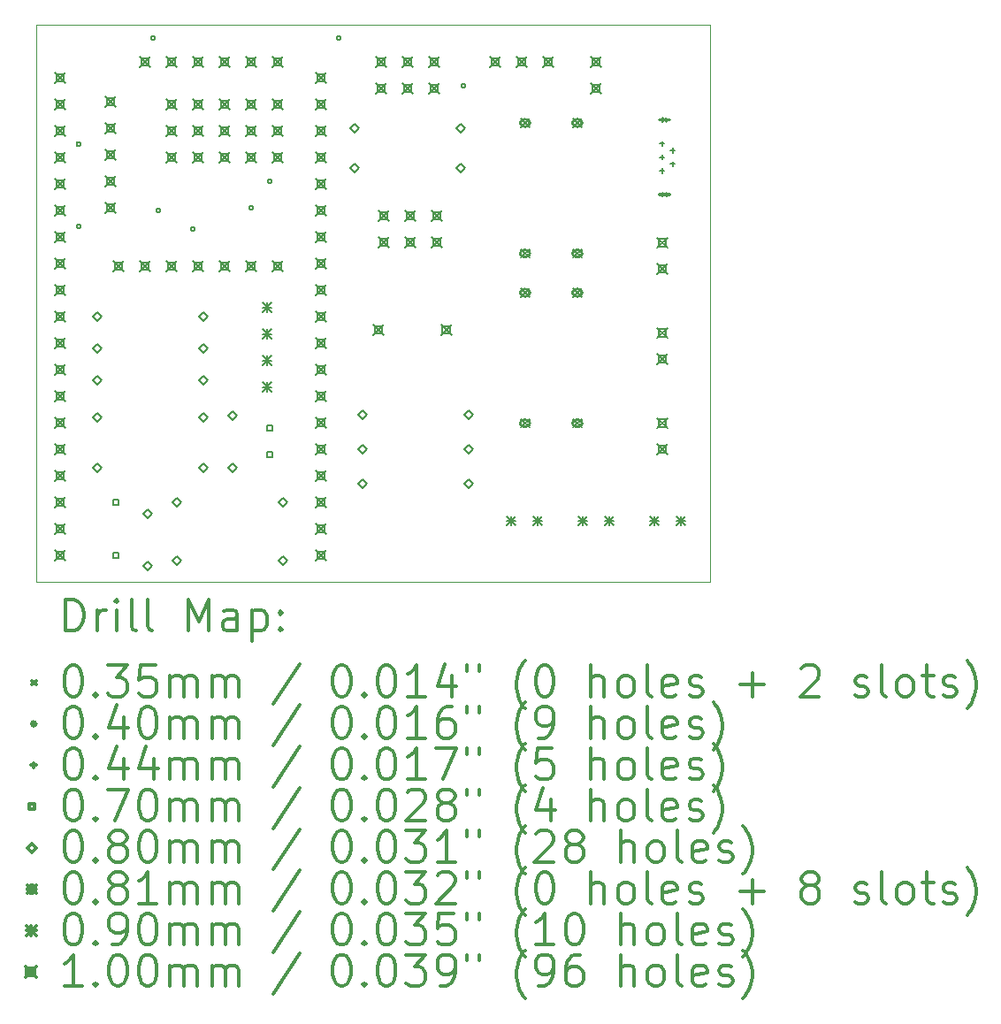
<source format=gbr>
%FSLAX45Y45*%
G04 Gerber Fmt 4.5, Leading zero omitted, Abs format (unit mm)*
G04 Created by KiCad (PCBNEW (5.1.2)-1) date 2024-09-19 10:14:31*
%MOMM*%
%LPD*%
G04 APERTURE LIST*
%ADD10C,0.050000*%
%ADD11C,0.200000*%
%ADD12C,0.300000*%
G04 APERTURE END LIST*
D10*
X10236200Y-6604000D02*
X10261600Y-6604000D01*
X10236200Y-11938000D02*
X10236200Y-6604000D01*
X16687800Y-11938000D02*
X10236200Y-11938000D01*
X16687800Y-6604000D02*
X16687800Y-11938000D01*
X10261600Y-6604000D02*
X16687800Y-6604000D01*
D11*
X16235100Y-7496000D02*
X16270100Y-7531000D01*
X16270100Y-7496000D02*
X16235100Y-7531000D01*
X16202600Y-7521000D02*
X16302600Y-7521000D01*
X16202600Y-7506000D02*
X16302600Y-7506000D01*
X16302600Y-7521000D02*
G75*
G03X16302600Y-7506000I0J7500D01*
G01*
X16202600Y-7506000D02*
G75*
G03X16202600Y-7521000I0J-7500D01*
G01*
X16235100Y-8211000D02*
X16270100Y-8246000D01*
X16270100Y-8211000D02*
X16235100Y-8246000D01*
X16202600Y-8236000D02*
X16302600Y-8236000D01*
X16202600Y-8221000D02*
X16302600Y-8221000D01*
X16302600Y-8236000D02*
G75*
G03X16302600Y-8221000I0J7500D01*
G01*
X16202600Y-8221000D02*
G75*
G03X16202600Y-8236000I0J-7500D01*
G01*
X10662135Y-7746535D02*
G75*
G03X10662135Y-7746535I-20000J0D01*
G01*
X10662600Y-8534400D02*
G75*
G03X10662600Y-8534400I-20000J0D01*
G01*
X11373800Y-6731000D02*
G75*
G03X11373800Y-6731000I-20000J0D01*
G01*
X11424600Y-8382000D02*
G75*
G03X11424600Y-8382000I-20000J0D01*
G01*
X11754800Y-8559800D02*
G75*
G03X11754800Y-8559800I-20000J0D01*
G01*
X12313600Y-8356600D02*
G75*
G03X12313600Y-8356600I-20000J0D01*
G01*
X12491400Y-8102600D02*
G75*
G03X12491400Y-8102600I-20000J0D01*
G01*
X13151800Y-6731000D02*
G75*
G03X13151800Y-6731000I-20000J0D01*
G01*
X14345600Y-7188200D02*
G75*
G03X14345600Y-7188200I-20000J0D01*
G01*
X16230600Y-7719000D02*
X16230600Y-7763000D01*
X16208600Y-7741000D02*
X16252600Y-7741000D01*
X16230600Y-7849000D02*
X16230600Y-7893000D01*
X16208600Y-7871000D02*
X16252600Y-7871000D01*
X16230600Y-7979000D02*
X16230600Y-8023000D01*
X16208600Y-8001000D02*
X16252600Y-8001000D01*
X16330600Y-7784000D02*
X16330600Y-7828000D01*
X16308600Y-7806000D02*
X16352600Y-7806000D01*
X16330600Y-7914000D02*
X16330600Y-7958000D01*
X16308600Y-7936000D02*
X16352600Y-7936000D01*
X11022949Y-11200749D02*
X11022949Y-11151251D01*
X10973451Y-11151251D01*
X10973451Y-11200749D01*
X11022949Y-11200749D01*
X11022949Y-11708749D02*
X11022949Y-11659251D01*
X10973451Y-11659251D01*
X10973451Y-11708749D01*
X11022949Y-11708749D01*
X12496149Y-10489549D02*
X12496149Y-10440051D01*
X12446651Y-10440051D01*
X12446651Y-10489549D01*
X12496149Y-10489549D01*
X12496149Y-10745549D02*
X12496149Y-10696051D01*
X12446651Y-10696051D01*
X12446651Y-10745549D01*
X12496149Y-10745549D01*
X10820400Y-9438000D02*
X10860400Y-9398000D01*
X10820400Y-9358000D01*
X10780400Y-9398000D01*
X10820400Y-9438000D01*
X11836400Y-9438000D02*
X11876400Y-9398000D01*
X11836400Y-9358000D01*
X11796400Y-9398000D01*
X11836400Y-9438000D01*
X10820400Y-10403200D02*
X10860400Y-10363200D01*
X10820400Y-10323200D01*
X10780400Y-10363200D01*
X10820400Y-10403200D01*
X11836400Y-10403200D02*
X11876400Y-10363200D01*
X11836400Y-10323200D01*
X11796400Y-10363200D01*
X11836400Y-10403200D01*
X13284200Y-8015600D02*
X13324200Y-7975600D01*
X13284200Y-7935600D01*
X13244200Y-7975600D01*
X13284200Y-8015600D01*
X14300200Y-8015600D02*
X14340200Y-7975600D01*
X14300200Y-7935600D01*
X14260200Y-7975600D01*
X14300200Y-8015600D01*
X10820400Y-9742800D02*
X10860400Y-9702800D01*
X10820400Y-9662800D01*
X10780400Y-9702800D01*
X10820400Y-9742800D01*
X11836400Y-9742800D02*
X11876400Y-9702800D01*
X11836400Y-9662800D01*
X11796400Y-9702800D01*
X11836400Y-9742800D01*
X10820400Y-10885800D02*
X10860400Y-10845800D01*
X10820400Y-10805800D01*
X10780400Y-10845800D01*
X10820400Y-10885800D01*
X11836400Y-10885800D02*
X11876400Y-10845800D01*
X11836400Y-10805800D01*
X11796400Y-10845800D01*
X11836400Y-10885800D01*
X13360400Y-10708000D02*
X13400400Y-10668000D01*
X13360400Y-10628000D01*
X13320400Y-10668000D01*
X13360400Y-10708000D01*
X14376400Y-10708000D02*
X14416400Y-10668000D01*
X14376400Y-10628000D01*
X14336400Y-10668000D01*
X14376400Y-10708000D01*
X11582400Y-11774800D02*
X11622400Y-11734800D01*
X11582400Y-11694800D01*
X11542400Y-11734800D01*
X11582400Y-11774800D01*
X12598400Y-11774800D02*
X12638400Y-11734800D01*
X12598400Y-11694800D01*
X12558400Y-11734800D01*
X12598400Y-11774800D01*
X10820400Y-10047600D02*
X10860400Y-10007600D01*
X10820400Y-9967600D01*
X10780400Y-10007600D01*
X10820400Y-10047600D01*
X11836400Y-10047600D02*
X11876400Y-10007600D01*
X11836400Y-9967600D01*
X11796400Y-10007600D01*
X11836400Y-10047600D01*
X13284200Y-7634600D02*
X13324200Y-7594600D01*
X13284200Y-7554600D01*
X13244200Y-7594600D01*
X13284200Y-7634600D01*
X14300200Y-7634600D02*
X14340200Y-7594600D01*
X14300200Y-7554600D01*
X14260200Y-7594600D01*
X14300200Y-7634600D01*
X12115800Y-10385800D02*
X12155800Y-10345800D01*
X12115800Y-10305800D01*
X12075800Y-10345800D01*
X12115800Y-10385800D01*
X12115800Y-10885800D02*
X12155800Y-10845800D01*
X12115800Y-10805800D01*
X12075800Y-10845800D01*
X12115800Y-10885800D01*
X13360400Y-10377800D02*
X13400400Y-10337800D01*
X13360400Y-10297800D01*
X13320400Y-10337800D01*
X13360400Y-10377800D01*
X14376400Y-10377800D02*
X14416400Y-10337800D01*
X14376400Y-10297800D01*
X14336400Y-10337800D01*
X14376400Y-10377800D01*
X13360400Y-11038200D02*
X13400400Y-10998200D01*
X13360400Y-10958200D01*
X13320400Y-10998200D01*
X13360400Y-11038200D01*
X14376400Y-11038200D02*
X14416400Y-10998200D01*
X14376400Y-10958200D01*
X14336400Y-10998200D01*
X14376400Y-11038200D01*
X11582400Y-11216000D02*
X11622400Y-11176000D01*
X11582400Y-11136000D01*
X11542400Y-11176000D01*
X11582400Y-11216000D01*
X12598400Y-11216000D02*
X12638400Y-11176000D01*
X12598400Y-11136000D01*
X12558400Y-11176000D01*
X12598400Y-11216000D01*
X11303000Y-11325600D02*
X11343000Y-11285600D01*
X11303000Y-11245600D01*
X11263000Y-11285600D01*
X11303000Y-11325600D01*
X11303000Y-11825600D02*
X11343000Y-11785600D01*
X11303000Y-11745600D01*
X11263000Y-11785600D01*
X11303000Y-11825600D01*
X14877160Y-9128760D02*
X14958440Y-9210040D01*
X14958440Y-9128760D02*
X14877160Y-9210040D01*
X14958440Y-9169400D02*
G75*
G03X14958440Y-9169400I-40640J0D01*
G01*
X14937800Y-9138760D02*
X14897800Y-9138760D01*
X14937800Y-9200040D02*
X14897800Y-9200040D01*
X14897800Y-9138760D02*
G75*
G03X14897800Y-9200040I0J-30640D01*
G01*
X14937800Y-9200040D02*
G75*
G03X14937800Y-9138760I0J30640D01*
G01*
X14877160Y-10378760D02*
X14958440Y-10460040D01*
X14958440Y-10378760D02*
X14877160Y-10460040D01*
X14958440Y-10419400D02*
G75*
G03X14958440Y-10419400I-40640J0D01*
G01*
X14937800Y-10388760D02*
X14897800Y-10388760D01*
X14937800Y-10450040D02*
X14897800Y-10450040D01*
X14897800Y-10388760D02*
G75*
G03X14897800Y-10450040I0J-30640D01*
G01*
X14937800Y-10450040D02*
G75*
G03X14937800Y-10388760I0J30640D01*
G01*
X15377160Y-9128760D02*
X15458440Y-9210040D01*
X15458440Y-9128760D02*
X15377160Y-9210040D01*
X15458440Y-9169400D02*
G75*
G03X15458440Y-9169400I-40640J0D01*
G01*
X15437800Y-9138760D02*
X15397800Y-9138760D01*
X15437800Y-9200040D02*
X15397800Y-9200040D01*
X15397800Y-9138760D02*
G75*
G03X15397800Y-9200040I0J-30640D01*
G01*
X15437800Y-9200040D02*
G75*
G03X15437800Y-9138760I0J30640D01*
G01*
X15377160Y-10378760D02*
X15458440Y-10460040D01*
X15458440Y-10378760D02*
X15377160Y-10460040D01*
X15458440Y-10419400D02*
G75*
G03X15458440Y-10419400I-40640J0D01*
G01*
X15437800Y-10388760D02*
X15397800Y-10388760D01*
X15437800Y-10450040D02*
X15397800Y-10450040D01*
X15397800Y-10388760D02*
G75*
G03X15397800Y-10450040I0J-30640D01*
G01*
X15437800Y-10450040D02*
G75*
G03X15437800Y-10388760I0J30640D01*
G01*
X14877160Y-7503160D02*
X14958440Y-7584440D01*
X14958440Y-7503160D02*
X14877160Y-7584440D01*
X14958440Y-7543800D02*
G75*
G03X14958440Y-7543800I-40640J0D01*
G01*
X14937800Y-7513160D02*
X14897800Y-7513160D01*
X14937800Y-7574440D02*
X14897800Y-7574440D01*
X14897800Y-7513160D02*
G75*
G03X14897800Y-7574440I0J-30640D01*
G01*
X14937800Y-7574440D02*
G75*
G03X14937800Y-7513160I0J30640D01*
G01*
X14877160Y-8753160D02*
X14958440Y-8834440D01*
X14958440Y-8753160D02*
X14877160Y-8834440D01*
X14958440Y-8793800D02*
G75*
G03X14958440Y-8793800I-40640J0D01*
G01*
X14937800Y-8763160D02*
X14897800Y-8763160D01*
X14937800Y-8824440D02*
X14897800Y-8824440D01*
X14897800Y-8763160D02*
G75*
G03X14897800Y-8824440I0J-30640D01*
G01*
X14937800Y-8824440D02*
G75*
G03X14937800Y-8763160I0J30640D01*
G01*
X15377160Y-7503160D02*
X15458440Y-7584440D01*
X15458440Y-7503160D02*
X15377160Y-7584440D01*
X15458440Y-7543800D02*
G75*
G03X15458440Y-7543800I-40640J0D01*
G01*
X15437800Y-7513160D02*
X15397800Y-7513160D01*
X15437800Y-7574440D02*
X15397800Y-7574440D01*
X15397800Y-7513160D02*
G75*
G03X15397800Y-7574440I0J-30640D01*
G01*
X15437800Y-7574440D02*
G75*
G03X15437800Y-7513160I0J30640D01*
G01*
X15377160Y-8753160D02*
X15458440Y-8834440D01*
X15458440Y-8753160D02*
X15377160Y-8834440D01*
X15458440Y-8793800D02*
G75*
G03X15458440Y-8793800I-40640J0D01*
G01*
X15437800Y-8763160D02*
X15397800Y-8763160D01*
X15437800Y-8824440D02*
X15397800Y-8824440D01*
X15397800Y-8763160D02*
G75*
G03X15397800Y-8824440I0J-30640D01*
G01*
X15437800Y-8824440D02*
G75*
G03X15437800Y-8763160I0J30640D01*
G01*
X12401000Y-9264100D02*
X12491000Y-9354100D01*
X12491000Y-9264100D02*
X12401000Y-9354100D01*
X12446000Y-9264100D02*
X12446000Y-9354100D01*
X12401000Y-9309100D02*
X12491000Y-9309100D01*
X12401000Y-9518100D02*
X12491000Y-9608100D01*
X12491000Y-9518100D02*
X12401000Y-9608100D01*
X12446000Y-9518100D02*
X12446000Y-9608100D01*
X12401000Y-9563100D02*
X12491000Y-9563100D01*
X12401000Y-9772100D02*
X12491000Y-9862100D01*
X12491000Y-9772100D02*
X12401000Y-9862100D01*
X12446000Y-9772100D02*
X12446000Y-9862100D01*
X12401000Y-9817100D02*
X12491000Y-9817100D01*
X12401000Y-10026100D02*
X12491000Y-10116100D01*
X12491000Y-10026100D02*
X12401000Y-10116100D01*
X12446000Y-10026100D02*
X12446000Y-10116100D01*
X12401000Y-10071100D02*
X12491000Y-10071100D01*
X16109400Y-11308800D02*
X16199400Y-11398800D01*
X16199400Y-11308800D02*
X16109400Y-11398800D01*
X16154400Y-11308800D02*
X16154400Y-11398800D01*
X16109400Y-11353800D02*
X16199400Y-11353800D01*
X16363400Y-11308800D02*
X16453400Y-11398800D01*
X16453400Y-11308800D02*
X16363400Y-11398800D01*
X16408400Y-11308800D02*
X16408400Y-11398800D01*
X16363400Y-11353800D02*
X16453400Y-11353800D01*
X15423600Y-11308800D02*
X15513600Y-11398800D01*
X15513600Y-11308800D02*
X15423600Y-11398800D01*
X15468600Y-11308800D02*
X15468600Y-11398800D01*
X15423600Y-11353800D02*
X15513600Y-11353800D01*
X15677600Y-11308800D02*
X15767600Y-11398800D01*
X15767600Y-11308800D02*
X15677600Y-11398800D01*
X15722600Y-11308800D02*
X15722600Y-11398800D01*
X15677600Y-11353800D02*
X15767600Y-11353800D01*
X14737800Y-11308800D02*
X14827800Y-11398800D01*
X14827800Y-11308800D02*
X14737800Y-11398800D01*
X14782800Y-11308800D02*
X14782800Y-11398800D01*
X14737800Y-11353800D02*
X14827800Y-11353800D01*
X14991800Y-11308800D02*
X15081800Y-11398800D01*
X15081800Y-11308800D02*
X14991800Y-11398800D01*
X15036800Y-11308800D02*
X15036800Y-11398800D01*
X14991800Y-11353800D02*
X15081800Y-11353800D01*
X13488200Y-6909600D02*
X13588200Y-7009600D01*
X13588200Y-6909600D02*
X13488200Y-7009600D01*
X13573556Y-6994956D02*
X13573556Y-6924244D01*
X13502844Y-6924244D01*
X13502844Y-6994956D01*
X13573556Y-6994956D01*
X13742200Y-6909600D02*
X13842200Y-7009600D01*
X13842200Y-6909600D02*
X13742200Y-7009600D01*
X13827556Y-6994956D02*
X13827556Y-6924244D01*
X13756844Y-6924244D01*
X13756844Y-6994956D01*
X13827556Y-6994956D01*
X13996200Y-6909600D02*
X14096200Y-7009600D01*
X14096200Y-6909600D02*
X13996200Y-7009600D01*
X14081556Y-6994956D02*
X14081556Y-6924244D01*
X14010844Y-6924244D01*
X14010844Y-6994956D01*
X14081556Y-6994956D01*
X11481600Y-7316000D02*
X11581600Y-7416000D01*
X11581600Y-7316000D02*
X11481600Y-7416000D01*
X11566956Y-7401356D02*
X11566956Y-7330644D01*
X11496244Y-7330644D01*
X11496244Y-7401356D01*
X11566956Y-7401356D01*
X11735600Y-7316000D02*
X11835600Y-7416000D01*
X11835600Y-7316000D02*
X11735600Y-7416000D01*
X11820956Y-7401356D02*
X11820956Y-7330644D01*
X11750244Y-7330644D01*
X11750244Y-7401356D01*
X11820956Y-7401356D01*
X11989600Y-7316000D02*
X12089600Y-7416000D01*
X12089600Y-7316000D02*
X11989600Y-7416000D01*
X12074956Y-7401356D02*
X12074956Y-7330644D01*
X12004244Y-7330644D01*
X12004244Y-7401356D01*
X12074956Y-7401356D01*
X12243600Y-7316000D02*
X12343600Y-7416000D01*
X12343600Y-7316000D02*
X12243600Y-7416000D01*
X12328956Y-7401356D02*
X12328956Y-7330644D01*
X12258244Y-7330644D01*
X12258244Y-7401356D01*
X12328956Y-7401356D01*
X12497600Y-7316000D02*
X12597600Y-7416000D01*
X12597600Y-7316000D02*
X12497600Y-7416000D01*
X12582956Y-7401356D02*
X12582956Y-7330644D01*
X12512244Y-7330644D01*
X12512244Y-7401356D01*
X12582956Y-7401356D01*
X16180600Y-8640800D02*
X16280600Y-8740800D01*
X16280600Y-8640800D02*
X16180600Y-8740800D01*
X16265956Y-8726156D02*
X16265956Y-8655444D01*
X16195244Y-8655444D01*
X16195244Y-8726156D01*
X16265956Y-8726156D01*
X16180600Y-8890800D02*
X16280600Y-8990800D01*
X16280600Y-8890800D02*
X16180600Y-8990800D01*
X16265956Y-8976156D02*
X16265956Y-8905444D01*
X16195244Y-8905444D01*
X16195244Y-8976156D01*
X16265956Y-8976156D01*
X12914800Y-7062000D02*
X13014800Y-7162000D01*
X13014800Y-7062000D02*
X12914800Y-7162000D01*
X13000156Y-7147356D02*
X13000156Y-7076644D01*
X12929444Y-7076644D01*
X12929444Y-7147356D01*
X13000156Y-7147356D01*
X12914800Y-7316000D02*
X13014800Y-7416000D01*
X13014800Y-7316000D02*
X12914800Y-7416000D01*
X13000156Y-7401356D02*
X13000156Y-7330644D01*
X12929444Y-7330644D01*
X12929444Y-7401356D01*
X13000156Y-7401356D01*
X12914800Y-7570000D02*
X13014800Y-7670000D01*
X13014800Y-7570000D02*
X12914800Y-7670000D01*
X13000156Y-7655356D02*
X13000156Y-7584644D01*
X12929444Y-7584644D01*
X12929444Y-7655356D01*
X13000156Y-7655356D01*
X12914800Y-7824000D02*
X13014800Y-7924000D01*
X13014800Y-7824000D02*
X12914800Y-7924000D01*
X13000156Y-7909356D02*
X13000156Y-7838644D01*
X12929444Y-7838644D01*
X12929444Y-7909356D01*
X13000156Y-7909356D01*
X12914800Y-8078000D02*
X13014800Y-8178000D01*
X13014800Y-8078000D02*
X12914800Y-8178000D01*
X13000156Y-8163356D02*
X13000156Y-8092644D01*
X12929444Y-8092644D01*
X12929444Y-8163356D01*
X13000156Y-8163356D01*
X12914800Y-8332000D02*
X13014800Y-8432000D01*
X13014800Y-8332000D02*
X12914800Y-8432000D01*
X13000156Y-8417356D02*
X13000156Y-8346644D01*
X12929444Y-8346644D01*
X12929444Y-8417356D01*
X13000156Y-8417356D01*
X12914800Y-8586000D02*
X13014800Y-8686000D01*
X13014800Y-8586000D02*
X12914800Y-8686000D01*
X13000156Y-8671356D02*
X13000156Y-8600644D01*
X12929444Y-8600644D01*
X12929444Y-8671356D01*
X13000156Y-8671356D01*
X12914800Y-8840000D02*
X13014800Y-8940000D01*
X13014800Y-8840000D02*
X12914800Y-8940000D01*
X13000156Y-8925356D02*
X13000156Y-8854644D01*
X12929444Y-8854644D01*
X12929444Y-8925356D01*
X13000156Y-8925356D01*
X12914800Y-9094000D02*
X13014800Y-9194000D01*
X13014800Y-9094000D02*
X12914800Y-9194000D01*
X13000156Y-9179356D02*
X13000156Y-9108644D01*
X12929444Y-9108644D01*
X12929444Y-9179356D01*
X13000156Y-9179356D01*
X12914800Y-9348000D02*
X13014800Y-9448000D01*
X13014800Y-9348000D02*
X12914800Y-9448000D01*
X13000156Y-9433356D02*
X13000156Y-9362644D01*
X12929444Y-9362644D01*
X12929444Y-9433356D01*
X13000156Y-9433356D01*
X12914800Y-9602000D02*
X13014800Y-9702000D01*
X13014800Y-9602000D02*
X12914800Y-9702000D01*
X13000156Y-9687356D02*
X13000156Y-9616644D01*
X12929444Y-9616644D01*
X12929444Y-9687356D01*
X13000156Y-9687356D01*
X12914800Y-9856000D02*
X13014800Y-9956000D01*
X13014800Y-9856000D02*
X12914800Y-9956000D01*
X13000156Y-9941356D02*
X13000156Y-9870644D01*
X12929444Y-9870644D01*
X12929444Y-9941356D01*
X13000156Y-9941356D01*
X12914800Y-10110000D02*
X13014800Y-10210000D01*
X13014800Y-10110000D02*
X12914800Y-10210000D01*
X13000156Y-10195356D02*
X13000156Y-10124644D01*
X12929444Y-10124644D01*
X12929444Y-10195356D01*
X13000156Y-10195356D01*
X12914800Y-10364000D02*
X13014800Y-10464000D01*
X13014800Y-10364000D02*
X12914800Y-10464000D01*
X13000156Y-10449356D02*
X13000156Y-10378644D01*
X12929444Y-10378644D01*
X12929444Y-10449356D01*
X13000156Y-10449356D01*
X12914800Y-10618000D02*
X13014800Y-10718000D01*
X13014800Y-10618000D02*
X12914800Y-10718000D01*
X13000156Y-10703356D02*
X13000156Y-10632644D01*
X12929444Y-10632644D01*
X12929444Y-10703356D01*
X13000156Y-10703356D01*
X12914800Y-10872000D02*
X13014800Y-10972000D01*
X13014800Y-10872000D02*
X12914800Y-10972000D01*
X13000156Y-10957356D02*
X13000156Y-10886644D01*
X12929444Y-10886644D01*
X12929444Y-10957356D01*
X13000156Y-10957356D01*
X12914800Y-11126000D02*
X13014800Y-11226000D01*
X13014800Y-11126000D02*
X12914800Y-11226000D01*
X13000156Y-11211356D02*
X13000156Y-11140644D01*
X12929444Y-11140644D01*
X12929444Y-11211356D01*
X13000156Y-11211356D01*
X12914800Y-11380000D02*
X13014800Y-11480000D01*
X13014800Y-11380000D02*
X12914800Y-11480000D01*
X13000156Y-11465356D02*
X13000156Y-11394644D01*
X12929444Y-11394644D01*
X12929444Y-11465356D01*
X13000156Y-11465356D01*
X12914800Y-11634000D02*
X13014800Y-11734000D01*
X13014800Y-11634000D02*
X12914800Y-11734000D01*
X13000156Y-11719356D02*
X13000156Y-11648644D01*
X12929444Y-11648644D01*
X12929444Y-11719356D01*
X13000156Y-11719356D01*
X16180600Y-10368000D02*
X16280600Y-10468000D01*
X16280600Y-10368000D02*
X16180600Y-10468000D01*
X16265956Y-10453356D02*
X16265956Y-10382644D01*
X16195244Y-10382644D01*
X16195244Y-10453356D01*
X16265956Y-10453356D01*
X16180600Y-10618000D02*
X16280600Y-10718000D01*
X16280600Y-10618000D02*
X16180600Y-10718000D01*
X16265956Y-10703356D02*
X16265956Y-10632644D01*
X16195244Y-10632644D01*
X16195244Y-10703356D01*
X16265956Y-10703356D01*
X11227600Y-6909600D02*
X11327600Y-7009600D01*
X11327600Y-6909600D02*
X11227600Y-7009600D01*
X11312956Y-6994956D02*
X11312956Y-6924244D01*
X11242244Y-6924244D01*
X11242244Y-6994956D01*
X11312956Y-6994956D01*
X11481600Y-6909600D02*
X11581600Y-7009600D01*
X11581600Y-6909600D02*
X11481600Y-7009600D01*
X11566956Y-6994956D02*
X11566956Y-6924244D01*
X11496244Y-6924244D01*
X11496244Y-6994956D01*
X11566956Y-6994956D01*
X11735600Y-6909600D02*
X11835600Y-7009600D01*
X11835600Y-6909600D02*
X11735600Y-7009600D01*
X11820956Y-6994956D02*
X11820956Y-6924244D01*
X11750244Y-6924244D01*
X11750244Y-6994956D01*
X11820956Y-6994956D01*
X11989600Y-6909600D02*
X12089600Y-7009600D01*
X12089600Y-6909600D02*
X11989600Y-7009600D01*
X12074956Y-6994956D02*
X12074956Y-6924244D01*
X12004244Y-6924244D01*
X12004244Y-6994956D01*
X12074956Y-6994956D01*
X12243600Y-6909600D02*
X12343600Y-7009600D01*
X12343600Y-6909600D02*
X12243600Y-7009600D01*
X12328956Y-6994956D02*
X12328956Y-6924244D01*
X12258244Y-6924244D01*
X12258244Y-6994956D01*
X12328956Y-6994956D01*
X12497600Y-6909600D02*
X12597600Y-7009600D01*
X12597600Y-6909600D02*
X12497600Y-7009600D01*
X12582956Y-6994956D02*
X12582956Y-6924244D01*
X12512244Y-6924244D01*
X12512244Y-6994956D01*
X12582956Y-6994956D01*
X13488200Y-7163600D02*
X13588200Y-7263600D01*
X13588200Y-7163600D02*
X13488200Y-7263600D01*
X13573556Y-7248956D02*
X13573556Y-7178244D01*
X13502844Y-7178244D01*
X13502844Y-7248956D01*
X13573556Y-7248956D01*
X13742200Y-7163600D02*
X13842200Y-7263600D01*
X13842200Y-7163600D02*
X13742200Y-7263600D01*
X13827556Y-7248956D02*
X13827556Y-7178244D01*
X13756844Y-7178244D01*
X13756844Y-7248956D01*
X13827556Y-7248956D01*
X13996200Y-7163600D02*
X14096200Y-7263600D01*
X14096200Y-7163600D02*
X13996200Y-7263600D01*
X14081556Y-7248956D02*
X14081556Y-7178244D01*
X14010844Y-7178244D01*
X14010844Y-7248956D01*
X14081556Y-7248956D01*
X10973600Y-8865400D02*
X11073600Y-8965400D01*
X11073600Y-8865400D02*
X10973600Y-8965400D01*
X11058956Y-8950756D02*
X11058956Y-8880044D01*
X10988244Y-8880044D01*
X10988244Y-8950756D01*
X11058956Y-8950756D01*
X11227600Y-8865400D02*
X11327600Y-8965400D01*
X11327600Y-8865400D02*
X11227600Y-8965400D01*
X11312956Y-8950756D02*
X11312956Y-8880044D01*
X11242244Y-8880044D01*
X11242244Y-8950756D01*
X11312956Y-8950756D01*
X11481600Y-8865400D02*
X11581600Y-8965400D01*
X11581600Y-8865400D02*
X11481600Y-8965400D01*
X11566956Y-8950756D02*
X11566956Y-8880044D01*
X11496244Y-8880044D01*
X11496244Y-8950756D01*
X11566956Y-8950756D01*
X11735600Y-8865400D02*
X11835600Y-8965400D01*
X11835600Y-8865400D02*
X11735600Y-8965400D01*
X11820956Y-8950756D02*
X11820956Y-8880044D01*
X11750244Y-8880044D01*
X11750244Y-8950756D01*
X11820956Y-8950756D01*
X11989600Y-8865400D02*
X12089600Y-8965400D01*
X12089600Y-8865400D02*
X11989600Y-8965400D01*
X12074956Y-8950756D02*
X12074956Y-8880044D01*
X12004244Y-8880044D01*
X12004244Y-8950756D01*
X12074956Y-8950756D01*
X12243600Y-8865400D02*
X12343600Y-8965400D01*
X12343600Y-8865400D02*
X12243600Y-8965400D01*
X12328956Y-8950756D02*
X12328956Y-8880044D01*
X12258244Y-8880044D01*
X12258244Y-8950756D01*
X12328956Y-8950756D01*
X12497600Y-8865400D02*
X12597600Y-8965400D01*
X12597600Y-8865400D02*
X12497600Y-8965400D01*
X12582956Y-8950756D02*
X12582956Y-8880044D01*
X12512244Y-8880044D01*
X12512244Y-8950756D01*
X12582956Y-8950756D01*
X10897400Y-7290600D02*
X10997400Y-7390600D01*
X10997400Y-7290600D02*
X10897400Y-7390600D01*
X10982756Y-7375956D02*
X10982756Y-7305244D01*
X10912044Y-7305244D01*
X10912044Y-7375956D01*
X10982756Y-7375956D01*
X10897400Y-7544600D02*
X10997400Y-7644600D01*
X10997400Y-7544600D02*
X10897400Y-7644600D01*
X10982756Y-7629956D02*
X10982756Y-7559244D01*
X10912044Y-7559244D01*
X10912044Y-7629956D01*
X10982756Y-7629956D01*
X10897400Y-7798600D02*
X10997400Y-7898600D01*
X10997400Y-7798600D02*
X10897400Y-7898600D01*
X10982756Y-7883956D02*
X10982756Y-7813244D01*
X10912044Y-7813244D01*
X10912044Y-7883956D01*
X10982756Y-7883956D01*
X10897400Y-8052600D02*
X10997400Y-8152600D01*
X10997400Y-8052600D02*
X10897400Y-8152600D01*
X10982756Y-8137956D02*
X10982756Y-8067244D01*
X10912044Y-8067244D01*
X10912044Y-8137956D01*
X10982756Y-8137956D01*
X10897400Y-8306600D02*
X10997400Y-8406600D01*
X10997400Y-8306600D02*
X10897400Y-8406600D01*
X10982756Y-8391956D02*
X10982756Y-8321244D01*
X10912044Y-8321244D01*
X10912044Y-8391956D01*
X10982756Y-8391956D01*
X13513600Y-8382800D02*
X13613600Y-8482800D01*
X13613600Y-8382800D02*
X13513600Y-8482800D01*
X13598956Y-8468156D02*
X13598956Y-8397444D01*
X13528244Y-8397444D01*
X13528244Y-8468156D01*
X13598956Y-8468156D01*
X13767600Y-8382800D02*
X13867600Y-8482800D01*
X13867600Y-8382800D02*
X13767600Y-8482800D01*
X13852956Y-8468156D02*
X13852956Y-8397444D01*
X13782244Y-8397444D01*
X13782244Y-8468156D01*
X13852956Y-8468156D01*
X14021600Y-8382800D02*
X14121600Y-8482800D01*
X14121600Y-8382800D02*
X14021600Y-8482800D01*
X14106956Y-8468156D02*
X14106956Y-8397444D01*
X14036244Y-8397444D01*
X14036244Y-8468156D01*
X14106956Y-8468156D01*
X15545600Y-6909600D02*
X15645600Y-7009600D01*
X15645600Y-6909600D02*
X15545600Y-7009600D01*
X15630956Y-6994956D02*
X15630956Y-6924244D01*
X15560244Y-6924244D01*
X15560244Y-6994956D01*
X15630956Y-6994956D01*
X15545600Y-7163600D02*
X15645600Y-7263600D01*
X15645600Y-7163600D02*
X15545600Y-7263600D01*
X15630956Y-7248956D02*
X15630956Y-7178244D01*
X15560244Y-7178244D01*
X15560244Y-7248956D01*
X15630956Y-7248956D01*
X10414800Y-7062000D02*
X10514800Y-7162000D01*
X10514800Y-7062000D02*
X10414800Y-7162000D01*
X10500156Y-7147356D02*
X10500156Y-7076644D01*
X10429444Y-7076644D01*
X10429444Y-7147356D01*
X10500156Y-7147356D01*
X10414800Y-7316000D02*
X10514800Y-7416000D01*
X10514800Y-7316000D02*
X10414800Y-7416000D01*
X10500156Y-7401356D02*
X10500156Y-7330644D01*
X10429444Y-7330644D01*
X10429444Y-7401356D01*
X10500156Y-7401356D01*
X10414800Y-7570000D02*
X10514800Y-7670000D01*
X10514800Y-7570000D02*
X10414800Y-7670000D01*
X10500156Y-7655356D02*
X10500156Y-7584644D01*
X10429444Y-7584644D01*
X10429444Y-7655356D01*
X10500156Y-7655356D01*
X10414800Y-7824000D02*
X10514800Y-7924000D01*
X10514800Y-7824000D02*
X10414800Y-7924000D01*
X10500156Y-7909356D02*
X10500156Y-7838644D01*
X10429444Y-7838644D01*
X10429444Y-7909356D01*
X10500156Y-7909356D01*
X10414800Y-8078000D02*
X10514800Y-8178000D01*
X10514800Y-8078000D02*
X10414800Y-8178000D01*
X10500156Y-8163356D02*
X10500156Y-8092644D01*
X10429444Y-8092644D01*
X10429444Y-8163356D01*
X10500156Y-8163356D01*
X10414800Y-8332000D02*
X10514800Y-8432000D01*
X10514800Y-8332000D02*
X10414800Y-8432000D01*
X10500156Y-8417356D02*
X10500156Y-8346644D01*
X10429444Y-8346644D01*
X10429444Y-8417356D01*
X10500156Y-8417356D01*
X10414800Y-8586000D02*
X10514800Y-8686000D01*
X10514800Y-8586000D02*
X10414800Y-8686000D01*
X10500156Y-8671356D02*
X10500156Y-8600644D01*
X10429444Y-8600644D01*
X10429444Y-8671356D01*
X10500156Y-8671356D01*
X10414800Y-8840000D02*
X10514800Y-8940000D01*
X10514800Y-8840000D02*
X10414800Y-8940000D01*
X10500156Y-8925356D02*
X10500156Y-8854644D01*
X10429444Y-8854644D01*
X10429444Y-8925356D01*
X10500156Y-8925356D01*
X10414800Y-9094000D02*
X10514800Y-9194000D01*
X10514800Y-9094000D02*
X10414800Y-9194000D01*
X10500156Y-9179356D02*
X10500156Y-9108644D01*
X10429444Y-9108644D01*
X10429444Y-9179356D01*
X10500156Y-9179356D01*
X10414800Y-9348000D02*
X10514800Y-9448000D01*
X10514800Y-9348000D02*
X10414800Y-9448000D01*
X10500156Y-9433356D02*
X10500156Y-9362644D01*
X10429444Y-9362644D01*
X10429444Y-9433356D01*
X10500156Y-9433356D01*
X10414800Y-9602000D02*
X10514800Y-9702000D01*
X10514800Y-9602000D02*
X10414800Y-9702000D01*
X10500156Y-9687356D02*
X10500156Y-9616644D01*
X10429444Y-9616644D01*
X10429444Y-9687356D01*
X10500156Y-9687356D01*
X10414800Y-9856000D02*
X10514800Y-9956000D01*
X10514800Y-9856000D02*
X10414800Y-9956000D01*
X10500156Y-9941356D02*
X10500156Y-9870644D01*
X10429444Y-9870644D01*
X10429444Y-9941356D01*
X10500156Y-9941356D01*
X10414800Y-10110000D02*
X10514800Y-10210000D01*
X10514800Y-10110000D02*
X10414800Y-10210000D01*
X10500156Y-10195356D02*
X10500156Y-10124644D01*
X10429444Y-10124644D01*
X10429444Y-10195356D01*
X10500156Y-10195356D01*
X10414800Y-10364000D02*
X10514800Y-10464000D01*
X10514800Y-10364000D02*
X10414800Y-10464000D01*
X10500156Y-10449356D02*
X10500156Y-10378644D01*
X10429444Y-10378644D01*
X10429444Y-10449356D01*
X10500156Y-10449356D01*
X10414800Y-10618000D02*
X10514800Y-10718000D01*
X10514800Y-10618000D02*
X10414800Y-10718000D01*
X10500156Y-10703356D02*
X10500156Y-10632644D01*
X10429444Y-10632644D01*
X10429444Y-10703356D01*
X10500156Y-10703356D01*
X10414800Y-10872000D02*
X10514800Y-10972000D01*
X10514800Y-10872000D02*
X10414800Y-10972000D01*
X10500156Y-10957356D02*
X10500156Y-10886644D01*
X10429444Y-10886644D01*
X10429444Y-10957356D01*
X10500156Y-10957356D01*
X10414800Y-11126000D02*
X10514800Y-11226000D01*
X10514800Y-11126000D02*
X10414800Y-11226000D01*
X10500156Y-11211356D02*
X10500156Y-11140644D01*
X10429444Y-11140644D01*
X10429444Y-11211356D01*
X10500156Y-11211356D01*
X10414800Y-11380000D02*
X10514800Y-11480000D01*
X10514800Y-11380000D02*
X10414800Y-11480000D01*
X10500156Y-11465356D02*
X10500156Y-11394644D01*
X10429444Y-11394644D01*
X10429444Y-11465356D01*
X10500156Y-11465356D01*
X10414800Y-11634000D02*
X10514800Y-11734000D01*
X10514800Y-11634000D02*
X10414800Y-11734000D01*
X10500156Y-11719356D02*
X10500156Y-11648644D01*
X10429444Y-11648644D01*
X10429444Y-11719356D01*
X10500156Y-11719356D01*
X13462800Y-9475000D02*
X13562800Y-9575000D01*
X13562800Y-9475000D02*
X13462800Y-9575000D01*
X13548156Y-9560356D02*
X13548156Y-9489644D01*
X13477444Y-9489644D01*
X13477444Y-9560356D01*
X13548156Y-9560356D01*
X14112800Y-9475000D02*
X14212800Y-9575000D01*
X14212800Y-9475000D02*
X14112800Y-9575000D01*
X14198156Y-9560356D02*
X14198156Y-9489644D01*
X14127444Y-9489644D01*
X14127444Y-9560356D01*
X14198156Y-9560356D01*
X11481600Y-7570000D02*
X11581600Y-7670000D01*
X11581600Y-7570000D02*
X11481600Y-7670000D01*
X11566956Y-7655356D02*
X11566956Y-7584644D01*
X11496244Y-7584644D01*
X11496244Y-7655356D01*
X11566956Y-7655356D01*
X11735600Y-7570000D02*
X11835600Y-7670000D01*
X11835600Y-7570000D02*
X11735600Y-7670000D01*
X11820956Y-7655356D02*
X11820956Y-7584644D01*
X11750244Y-7584644D01*
X11750244Y-7655356D01*
X11820956Y-7655356D01*
X11989600Y-7570000D02*
X12089600Y-7670000D01*
X12089600Y-7570000D02*
X11989600Y-7670000D01*
X12074956Y-7655356D02*
X12074956Y-7584644D01*
X12004244Y-7584644D01*
X12004244Y-7655356D01*
X12074956Y-7655356D01*
X12243600Y-7570000D02*
X12343600Y-7670000D01*
X12343600Y-7570000D02*
X12243600Y-7670000D01*
X12328956Y-7655356D02*
X12328956Y-7584644D01*
X12258244Y-7584644D01*
X12258244Y-7655356D01*
X12328956Y-7655356D01*
X12497600Y-7570000D02*
X12597600Y-7670000D01*
X12597600Y-7570000D02*
X12497600Y-7670000D01*
X12582956Y-7655356D02*
X12582956Y-7584644D01*
X12512244Y-7584644D01*
X12512244Y-7655356D01*
X12582956Y-7655356D01*
X11481600Y-7824000D02*
X11581600Y-7924000D01*
X11581600Y-7824000D02*
X11481600Y-7924000D01*
X11566956Y-7909356D02*
X11566956Y-7838644D01*
X11496244Y-7838644D01*
X11496244Y-7909356D01*
X11566956Y-7909356D01*
X11735600Y-7824000D02*
X11835600Y-7924000D01*
X11835600Y-7824000D02*
X11735600Y-7924000D01*
X11820956Y-7909356D02*
X11820956Y-7838644D01*
X11750244Y-7838644D01*
X11750244Y-7909356D01*
X11820956Y-7909356D01*
X11989600Y-7824000D02*
X12089600Y-7924000D01*
X12089600Y-7824000D02*
X11989600Y-7924000D01*
X12074956Y-7909356D02*
X12074956Y-7838644D01*
X12004244Y-7838644D01*
X12004244Y-7909356D01*
X12074956Y-7909356D01*
X12243600Y-7824000D02*
X12343600Y-7924000D01*
X12343600Y-7824000D02*
X12243600Y-7924000D01*
X12328956Y-7909356D02*
X12328956Y-7838644D01*
X12258244Y-7838644D01*
X12258244Y-7909356D01*
X12328956Y-7909356D01*
X12497600Y-7824000D02*
X12597600Y-7924000D01*
X12597600Y-7824000D02*
X12497600Y-7924000D01*
X12582956Y-7909356D02*
X12582956Y-7838644D01*
X12512244Y-7838644D01*
X12512244Y-7909356D01*
X12582956Y-7909356D01*
X14580400Y-6909600D02*
X14680400Y-7009600D01*
X14680400Y-6909600D02*
X14580400Y-7009600D01*
X14665756Y-6994956D02*
X14665756Y-6924244D01*
X14595044Y-6924244D01*
X14595044Y-6994956D01*
X14665756Y-6994956D01*
X14834400Y-6909600D02*
X14934400Y-7009600D01*
X14934400Y-6909600D02*
X14834400Y-7009600D01*
X14919756Y-6994956D02*
X14919756Y-6924244D01*
X14849044Y-6924244D01*
X14849044Y-6994956D01*
X14919756Y-6994956D01*
X15088400Y-6909600D02*
X15188400Y-7009600D01*
X15188400Y-6909600D02*
X15088400Y-7009600D01*
X15173756Y-6994956D02*
X15173756Y-6924244D01*
X15103044Y-6924244D01*
X15103044Y-6994956D01*
X15173756Y-6994956D01*
X13513600Y-8636800D02*
X13613600Y-8736800D01*
X13613600Y-8636800D02*
X13513600Y-8736800D01*
X13598956Y-8722156D02*
X13598956Y-8651444D01*
X13528244Y-8651444D01*
X13528244Y-8722156D01*
X13598956Y-8722156D01*
X13767600Y-8636800D02*
X13867600Y-8736800D01*
X13867600Y-8636800D02*
X13767600Y-8736800D01*
X13852956Y-8722156D02*
X13852956Y-8651444D01*
X13782244Y-8651444D01*
X13782244Y-8722156D01*
X13852956Y-8722156D01*
X14021600Y-8636800D02*
X14121600Y-8736800D01*
X14121600Y-8636800D02*
X14021600Y-8736800D01*
X14106956Y-8722156D02*
X14106956Y-8651444D01*
X14036244Y-8651444D01*
X14036244Y-8722156D01*
X14106956Y-8722156D01*
X16180600Y-9504400D02*
X16280600Y-9604400D01*
X16280600Y-9504400D02*
X16180600Y-9604400D01*
X16265956Y-9589756D02*
X16265956Y-9519044D01*
X16195244Y-9519044D01*
X16195244Y-9589756D01*
X16265956Y-9589756D01*
X16180600Y-9754400D02*
X16280600Y-9854400D01*
X16280600Y-9754400D02*
X16180600Y-9854400D01*
X16265956Y-9839756D02*
X16265956Y-9769044D01*
X16195244Y-9769044D01*
X16195244Y-9839756D01*
X16265956Y-9839756D01*
D12*
X10520128Y-12406214D02*
X10520128Y-12106214D01*
X10591557Y-12106214D01*
X10634414Y-12120500D01*
X10662986Y-12149071D01*
X10677271Y-12177643D01*
X10691557Y-12234786D01*
X10691557Y-12277643D01*
X10677271Y-12334786D01*
X10662986Y-12363357D01*
X10634414Y-12391929D01*
X10591557Y-12406214D01*
X10520128Y-12406214D01*
X10820128Y-12406214D02*
X10820128Y-12206214D01*
X10820128Y-12263357D02*
X10834414Y-12234786D01*
X10848700Y-12220500D01*
X10877271Y-12206214D01*
X10905843Y-12206214D01*
X11005843Y-12406214D02*
X11005843Y-12206214D01*
X11005843Y-12106214D02*
X10991557Y-12120500D01*
X11005843Y-12134786D01*
X11020128Y-12120500D01*
X11005843Y-12106214D01*
X11005843Y-12134786D01*
X11191557Y-12406214D02*
X11162986Y-12391929D01*
X11148700Y-12363357D01*
X11148700Y-12106214D01*
X11348700Y-12406214D02*
X11320128Y-12391929D01*
X11305843Y-12363357D01*
X11305843Y-12106214D01*
X11691557Y-12406214D02*
X11691557Y-12106214D01*
X11791557Y-12320500D01*
X11891557Y-12106214D01*
X11891557Y-12406214D01*
X12162986Y-12406214D02*
X12162986Y-12249071D01*
X12148700Y-12220500D01*
X12120128Y-12206214D01*
X12062986Y-12206214D01*
X12034414Y-12220500D01*
X12162986Y-12391929D02*
X12134414Y-12406214D01*
X12062986Y-12406214D01*
X12034414Y-12391929D01*
X12020128Y-12363357D01*
X12020128Y-12334786D01*
X12034414Y-12306214D01*
X12062986Y-12291929D01*
X12134414Y-12291929D01*
X12162986Y-12277643D01*
X12305843Y-12206214D02*
X12305843Y-12506214D01*
X12305843Y-12220500D02*
X12334414Y-12206214D01*
X12391557Y-12206214D01*
X12420128Y-12220500D01*
X12434414Y-12234786D01*
X12448700Y-12263357D01*
X12448700Y-12349071D01*
X12434414Y-12377643D01*
X12420128Y-12391929D01*
X12391557Y-12406214D01*
X12334414Y-12406214D01*
X12305843Y-12391929D01*
X12577271Y-12377643D02*
X12591557Y-12391929D01*
X12577271Y-12406214D01*
X12562986Y-12391929D01*
X12577271Y-12377643D01*
X12577271Y-12406214D01*
X12577271Y-12220500D02*
X12591557Y-12234786D01*
X12577271Y-12249071D01*
X12562986Y-12234786D01*
X12577271Y-12220500D01*
X12577271Y-12249071D01*
X10198700Y-12883000D02*
X10233700Y-12918000D01*
X10233700Y-12883000D02*
X10198700Y-12918000D01*
X10577271Y-12736214D02*
X10605843Y-12736214D01*
X10634414Y-12750500D01*
X10648700Y-12764786D01*
X10662986Y-12793357D01*
X10677271Y-12850500D01*
X10677271Y-12921929D01*
X10662986Y-12979071D01*
X10648700Y-13007643D01*
X10634414Y-13021929D01*
X10605843Y-13036214D01*
X10577271Y-13036214D01*
X10548700Y-13021929D01*
X10534414Y-13007643D01*
X10520128Y-12979071D01*
X10505843Y-12921929D01*
X10505843Y-12850500D01*
X10520128Y-12793357D01*
X10534414Y-12764786D01*
X10548700Y-12750500D01*
X10577271Y-12736214D01*
X10805843Y-13007643D02*
X10820128Y-13021929D01*
X10805843Y-13036214D01*
X10791557Y-13021929D01*
X10805843Y-13007643D01*
X10805843Y-13036214D01*
X10920128Y-12736214D02*
X11105843Y-12736214D01*
X11005843Y-12850500D01*
X11048700Y-12850500D01*
X11077271Y-12864786D01*
X11091557Y-12879071D01*
X11105843Y-12907643D01*
X11105843Y-12979071D01*
X11091557Y-13007643D01*
X11077271Y-13021929D01*
X11048700Y-13036214D01*
X10962986Y-13036214D01*
X10934414Y-13021929D01*
X10920128Y-13007643D01*
X11377271Y-12736214D02*
X11234414Y-12736214D01*
X11220128Y-12879071D01*
X11234414Y-12864786D01*
X11262986Y-12850500D01*
X11334414Y-12850500D01*
X11362986Y-12864786D01*
X11377271Y-12879071D01*
X11391557Y-12907643D01*
X11391557Y-12979071D01*
X11377271Y-13007643D01*
X11362986Y-13021929D01*
X11334414Y-13036214D01*
X11262986Y-13036214D01*
X11234414Y-13021929D01*
X11220128Y-13007643D01*
X11520128Y-13036214D02*
X11520128Y-12836214D01*
X11520128Y-12864786D02*
X11534414Y-12850500D01*
X11562986Y-12836214D01*
X11605843Y-12836214D01*
X11634414Y-12850500D01*
X11648700Y-12879071D01*
X11648700Y-13036214D01*
X11648700Y-12879071D02*
X11662986Y-12850500D01*
X11691557Y-12836214D01*
X11734414Y-12836214D01*
X11762986Y-12850500D01*
X11777271Y-12879071D01*
X11777271Y-13036214D01*
X11920128Y-13036214D02*
X11920128Y-12836214D01*
X11920128Y-12864786D02*
X11934414Y-12850500D01*
X11962986Y-12836214D01*
X12005843Y-12836214D01*
X12034414Y-12850500D01*
X12048700Y-12879071D01*
X12048700Y-13036214D01*
X12048700Y-12879071D02*
X12062986Y-12850500D01*
X12091557Y-12836214D01*
X12134414Y-12836214D01*
X12162986Y-12850500D01*
X12177271Y-12879071D01*
X12177271Y-13036214D01*
X12762986Y-12721929D02*
X12505843Y-13107643D01*
X13148700Y-12736214D02*
X13177271Y-12736214D01*
X13205843Y-12750500D01*
X13220128Y-12764786D01*
X13234414Y-12793357D01*
X13248700Y-12850500D01*
X13248700Y-12921929D01*
X13234414Y-12979071D01*
X13220128Y-13007643D01*
X13205843Y-13021929D01*
X13177271Y-13036214D01*
X13148700Y-13036214D01*
X13120128Y-13021929D01*
X13105843Y-13007643D01*
X13091557Y-12979071D01*
X13077271Y-12921929D01*
X13077271Y-12850500D01*
X13091557Y-12793357D01*
X13105843Y-12764786D01*
X13120128Y-12750500D01*
X13148700Y-12736214D01*
X13377271Y-13007643D02*
X13391557Y-13021929D01*
X13377271Y-13036214D01*
X13362986Y-13021929D01*
X13377271Y-13007643D01*
X13377271Y-13036214D01*
X13577271Y-12736214D02*
X13605843Y-12736214D01*
X13634414Y-12750500D01*
X13648700Y-12764786D01*
X13662986Y-12793357D01*
X13677271Y-12850500D01*
X13677271Y-12921929D01*
X13662986Y-12979071D01*
X13648700Y-13007643D01*
X13634414Y-13021929D01*
X13605843Y-13036214D01*
X13577271Y-13036214D01*
X13548700Y-13021929D01*
X13534414Y-13007643D01*
X13520128Y-12979071D01*
X13505843Y-12921929D01*
X13505843Y-12850500D01*
X13520128Y-12793357D01*
X13534414Y-12764786D01*
X13548700Y-12750500D01*
X13577271Y-12736214D01*
X13962986Y-13036214D02*
X13791557Y-13036214D01*
X13877271Y-13036214D02*
X13877271Y-12736214D01*
X13848700Y-12779071D01*
X13820128Y-12807643D01*
X13791557Y-12821929D01*
X14220128Y-12836214D02*
X14220128Y-13036214D01*
X14148700Y-12721929D02*
X14077271Y-12936214D01*
X14262986Y-12936214D01*
X14362986Y-12736214D02*
X14362986Y-12793357D01*
X14477271Y-12736214D02*
X14477271Y-12793357D01*
X14920128Y-13150500D02*
X14905843Y-13136214D01*
X14877271Y-13093357D01*
X14862986Y-13064786D01*
X14848700Y-13021929D01*
X14834414Y-12950500D01*
X14834414Y-12893357D01*
X14848700Y-12821929D01*
X14862986Y-12779071D01*
X14877271Y-12750500D01*
X14905843Y-12707643D01*
X14920128Y-12693357D01*
X15091557Y-12736214D02*
X15120128Y-12736214D01*
X15148700Y-12750500D01*
X15162986Y-12764786D01*
X15177271Y-12793357D01*
X15191557Y-12850500D01*
X15191557Y-12921929D01*
X15177271Y-12979071D01*
X15162986Y-13007643D01*
X15148700Y-13021929D01*
X15120128Y-13036214D01*
X15091557Y-13036214D01*
X15062986Y-13021929D01*
X15048700Y-13007643D01*
X15034414Y-12979071D01*
X15020128Y-12921929D01*
X15020128Y-12850500D01*
X15034414Y-12793357D01*
X15048700Y-12764786D01*
X15062986Y-12750500D01*
X15091557Y-12736214D01*
X15548700Y-13036214D02*
X15548700Y-12736214D01*
X15677271Y-13036214D02*
X15677271Y-12879071D01*
X15662986Y-12850500D01*
X15634414Y-12836214D01*
X15591557Y-12836214D01*
X15562986Y-12850500D01*
X15548700Y-12864786D01*
X15862986Y-13036214D02*
X15834414Y-13021929D01*
X15820128Y-13007643D01*
X15805843Y-12979071D01*
X15805843Y-12893357D01*
X15820128Y-12864786D01*
X15834414Y-12850500D01*
X15862986Y-12836214D01*
X15905843Y-12836214D01*
X15934414Y-12850500D01*
X15948700Y-12864786D01*
X15962986Y-12893357D01*
X15962986Y-12979071D01*
X15948700Y-13007643D01*
X15934414Y-13021929D01*
X15905843Y-13036214D01*
X15862986Y-13036214D01*
X16134414Y-13036214D02*
X16105843Y-13021929D01*
X16091557Y-12993357D01*
X16091557Y-12736214D01*
X16362986Y-13021929D02*
X16334414Y-13036214D01*
X16277271Y-13036214D01*
X16248700Y-13021929D01*
X16234414Y-12993357D01*
X16234414Y-12879071D01*
X16248700Y-12850500D01*
X16277271Y-12836214D01*
X16334414Y-12836214D01*
X16362986Y-12850500D01*
X16377271Y-12879071D01*
X16377271Y-12907643D01*
X16234414Y-12936214D01*
X16491557Y-13021929D02*
X16520128Y-13036214D01*
X16577271Y-13036214D01*
X16605843Y-13021929D01*
X16620128Y-12993357D01*
X16620128Y-12979071D01*
X16605843Y-12950500D01*
X16577271Y-12936214D01*
X16534414Y-12936214D01*
X16505843Y-12921929D01*
X16491557Y-12893357D01*
X16491557Y-12879071D01*
X16505843Y-12850500D01*
X16534414Y-12836214D01*
X16577271Y-12836214D01*
X16605843Y-12850500D01*
X16977271Y-12921929D02*
X17205843Y-12921929D01*
X17091557Y-13036214D02*
X17091557Y-12807643D01*
X17562986Y-12764786D02*
X17577271Y-12750500D01*
X17605843Y-12736214D01*
X17677271Y-12736214D01*
X17705843Y-12750500D01*
X17720128Y-12764786D01*
X17734414Y-12793357D01*
X17734414Y-12821929D01*
X17720128Y-12864786D01*
X17548700Y-13036214D01*
X17734414Y-13036214D01*
X18077271Y-13021929D02*
X18105843Y-13036214D01*
X18162986Y-13036214D01*
X18191557Y-13021929D01*
X18205843Y-12993357D01*
X18205843Y-12979071D01*
X18191557Y-12950500D01*
X18162986Y-12936214D01*
X18120128Y-12936214D01*
X18091557Y-12921929D01*
X18077271Y-12893357D01*
X18077271Y-12879071D01*
X18091557Y-12850500D01*
X18120128Y-12836214D01*
X18162986Y-12836214D01*
X18191557Y-12850500D01*
X18377271Y-13036214D02*
X18348700Y-13021929D01*
X18334414Y-12993357D01*
X18334414Y-12736214D01*
X18534414Y-13036214D02*
X18505843Y-13021929D01*
X18491557Y-13007643D01*
X18477271Y-12979071D01*
X18477271Y-12893357D01*
X18491557Y-12864786D01*
X18505843Y-12850500D01*
X18534414Y-12836214D01*
X18577271Y-12836214D01*
X18605843Y-12850500D01*
X18620128Y-12864786D01*
X18634414Y-12893357D01*
X18634414Y-12979071D01*
X18620128Y-13007643D01*
X18605843Y-13021929D01*
X18577271Y-13036214D01*
X18534414Y-13036214D01*
X18720128Y-12836214D02*
X18834414Y-12836214D01*
X18762986Y-12736214D02*
X18762986Y-12993357D01*
X18777271Y-13021929D01*
X18805843Y-13036214D01*
X18834414Y-13036214D01*
X18920128Y-13021929D02*
X18948700Y-13036214D01*
X19005843Y-13036214D01*
X19034414Y-13021929D01*
X19048700Y-12993357D01*
X19048700Y-12979071D01*
X19034414Y-12950500D01*
X19005843Y-12936214D01*
X18962986Y-12936214D01*
X18934414Y-12921929D01*
X18920128Y-12893357D01*
X18920128Y-12879071D01*
X18934414Y-12850500D01*
X18962986Y-12836214D01*
X19005843Y-12836214D01*
X19034414Y-12850500D01*
X19148700Y-13150500D02*
X19162986Y-13136214D01*
X19191557Y-13093357D01*
X19205843Y-13064786D01*
X19220128Y-13021929D01*
X19234414Y-12950500D01*
X19234414Y-12893357D01*
X19220128Y-12821929D01*
X19205843Y-12779071D01*
X19191557Y-12750500D01*
X19162986Y-12707643D01*
X19148700Y-12693357D01*
X10233700Y-13296500D02*
G75*
G03X10233700Y-13296500I-20000J0D01*
G01*
X10577271Y-13132214D02*
X10605843Y-13132214D01*
X10634414Y-13146500D01*
X10648700Y-13160786D01*
X10662986Y-13189357D01*
X10677271Y-13246500D01*
X10677271Y-13317929D01*
X10662986Y-13375071D01*
X10648700Y-13403643D01*
X10634414Y-13417929D01*
X10605843Y-13432214D01*
X10577271Y-13432214D01*
X10548700Y-13417929D01*
X10534414Y-13403643D01*
X10520128Y-13375071D01*
X10505843Y-13317929D01*
X10505843Y-13246500D01*
X10520128Y-13189357D01*
X10534414Y-13160786D01*
X10548700Y-13146500D01*
X10577271Y-13132214D01*
X10805843Y-13403643D02*
X10820128Y-13417929D01*
X10805843Y-13432214D01*
X10791557Y-13417929D01*
X10805843Y-13403643D01*
X10805843Y-13432214D01*
X11077271Y-13232214D02*
X11077271Y-13432214D01*
X11005843Y-13117929D02*
X10934414Y-13332214D01*
X11120128Y-13332214D01*
X11291557Y-13132214D02*
X11320128Y-13132214D01*
X11348700Y-13146500D01*
X11362986Y-13160786D01*
X11377271Y-13189357D01*
X11391557Y-13246500D01*
X11391557Y-13317929D01*
X11377271Y-13375071D01*
X11362986Y-13403643D01*
X11348700Y-13417929D01*
X11320128Y-13432214D01*
X11291557Y-13432214D01*
X11262986Y-13417929D01*
X11248700Y-13403643D01*
X11234414Y-13375071D01*
X11220128Y-13317929D01*
X11220128Y-13246500D01*
X11234414Y-13189357D01*
X11248700Y-13160786D01*
X11262986Y-13146500D01*
X11291557Y-13132214D01*
X11520128Y-13432214D02*
X11520128Y-13232214D01*
X11520128Y-13260786D02*
X11534414Y-13246500D01*
X11562986Y-13232214D01*
X11605843Y-13232214D01*
X11634414Y-13246500D01*
X11648700Y-13275071D01*
X11648700Y-13432214D01*
X11648700Y-13275071D02*
X11662986Y-13246500D01*
X11691557Y-13232214D01*
X11734414Y-13232214D01*
X11762986Y-13246500D01*
X11777271Y-13275071D01*
X11777271Y-13432214D01*
X11920128Y-13432214D02*
X11920128Y-13232214D01*
X11920128Y-13260786D02*
X11934414Y-13246500D01*
X11962986Y-13232214D01*
X12005843Y-13232214D01*
X12034414Y-13246500D01*
X12048700Y-13275071D01*
X12048700Y-13432214D01*
X12048700Y-13275071D02*
X12062986Y-13246500D01*
X12091557Y-13232214D01*
X12134414Y-13232214D01*
X12162986Y-13246500D01*
X12177271Y-13275071D01*
X12177271Y-13432214D01*
X12762986Y-13117929D02*
X12505843Y-13503643D01*
X13148700Y-13132214D02*
X13177271Y-13132214D01*
X13205843Y-13146500D01*
X13220128Y-13160786D01*
X13234414Y-13189357D01*
X13248700Y-13246500D01*
X13248700Y-13317929D01*
X13234414Y-13375071D01*
X13220128Y-13403643D01*
X13205843Y-13417929D01*
X13177271Y-13432214D01*
X13148700Y-13432214D01*
X13120128Y-13417929D01*
X13105843Y-13403643D01*
X13091557Y-13375071D01*
X13077271Y-13317929D01*
X13077271Y-13246500D01*
X13091557Y-13189357D01*
X13105843Y-13160786D01*
X13120128Y-13146500D01*
X13148700Y-13132214D01*
X13377271Y-13403643D02*
X13391557Y-13417929D01*
X13377271Y-13432214D01*
X13362986Y-13417929D01*
X13377271Y-13403643D01*
X13377271Y-13432214D01*
X13577271Y-13132214D02*
X13605843Y-13132214D01*
X13634414Y-13146500D01*
X13648700Y-13160786D01*
X13662986Y-13189357D01*
X13677271Y-13246500D01*
X13677271Y-13317929D01*
X13662986Y-13375071D01*
X13648700Y-13403643D01*
X13634414Y-13417929D01*
X13605843Y-13432214D01*
X13577271Y-13432214D01*
X13548700Y-13417929D01*
X13534414Y-13403643D01*
X13520128Y-13375071D01*
X13505843Y-13317929D01*
X13505843Y-13246500D01*
X13520128Y-13189357D01*
X13534414Y-13160786D01*
X13548700Y-13146500D01*
X13577271Y-13132214D01*
X13962986Y-13432214D02*
X13791557Y-13432214D01*
X13877271Y-13432214D02*
X13877271Y-13132214D01*
X13848700Y-13175071D01*
X13820128Y-13203643D01*
X13791557Y-13217929D01*
X14220128Y-13132214D02*
X14162986Y-13132214D01*
X14134414Y-13146500D01*
X14120128Y-13160786D01*
X14091557Y-13203643D01*
X14077271Y-13260786D01*
X14077271Y-13375071D01*
X14091557Y-13403643D01*
X14105843Y-13417929D01*
X14134414Y-13432214D01*
X14191557Y-13432214D01*
X14220128Y-13417929D01*
X14234414Y-13403643D01*
X14248700Y-13375071D01*
X14248700Y-13303643D01*
X14234414Y-13275071D01*
X14220128Y-13260786D01*
X14191557Y-13246500D01*
X14134414Y-13246500D01*
X14105843Y-13260786D01*
X14091557Y-13275071D01*
X14077271Y-13303643D01*
X14362986Y-13132214D02*
X14362986Y-13189357D01*
X14477271Y-13132214D02*
X14477271Y-13189357D01*
X14920128Y-13546500D02*
X14905843Y-13532214D01*
X14877271Y-13489357D01*
X14862986Y-13460786D01*
X14848700Y-13417929D01*
X14834414Y-13346500D01*
X14834414Y-13289357D01*
X14848700Y-13217929D01*
X14862986Y-13175071D01*
X14877271Y-13146500D01*
X14905843Y-13103643D01*
X14920128Y-13089357D01*
X15048700Y-13432214D02*
X15105843Y-13432214D01*
X15134414Y-13417929D01*
X15148700Y-13403643D01*
X15177271Y-13360786D01*
X15191557Y-13303643D01*
X15191557Y-13189357D01*
X15177271Y-13160786D01*
X15162986Y-13146500D01*
X15134414Y-13132214D01*
X15077271Y-13132214D01*
X15048700Y-13146500D01*
X15034414Y-13160786D01*
X15020128Y-13189357D01*
X15020128Y-13260786D01*
X15034414Y-13289357D01*
X15048700Y-13303643D01*
X15077271Y-13317929D01*
X15134414Y-13317929D01*
X15162986Y-13303643D01*
X15177271Y-13289357D01*
X15191557Y-13260786D01*
X15548700Y-13432214D02*
X15548700Y-13132214D01*
X15677271Y-13432214D02*
X15677271Y-13275071D01*
X15662986Y-13246500D01*
X15634414Y-13232214D01*
X15591557Y-13232214D01*
X15562986Y-13246500D01*
X15548700Y-13260786D01*
X15862986Y-13432214D02*
X15834414Y-13417929D01*
X15820128Y-13403643D01*
X15805843Y-13375071D01*
X15805843Y-13289357D01*
X15820128Y-13260786D01*
X15834414Y-13246500D01*
X15862986Y-13232214D01*
X15905843Y-13232214D01*
X15934414Y-13246500D01*
X15948700Y-13260786D01*
X15962986Y-13289357D01*
X15962986Y-13375071D01*
X15948700Y-13403643D01*
X15934414Y-13417929D01*
X15905843Y-13432214D01*
X15862986Y-13432214D01*
X16134414Y-13432214D02*
X16105843Y-13417929D01*
X16091557Y-13389357D01*
X16091557Y-13132214D01*
X16362986Y-13417929D02*
X16334414Y-13432214D01*
X16277271Y-13432214D01*
X16248700Y-13417929D01*
X16234414Y-13389357D01*
X16234414Y-13275071D01*
X16248700Y-13246500D01*
X16277271Y-13232214D01*
X16334414Y-13232214D01*
X16362986Y-13246500D01*
X16377271Y-13275071D01*
X16377271Y-13303643D01*
X16234414Y-13332214D01*
X16491557Y-13417929D02*
X16520128Y-13432214D01*
X16577271Y-13432214D01*
X16605843Y-13417929D01*
X16620128Y-13389357D01*
X16620128Y-13375071D01*
X16605843Y-13346500D01*
X16577271Y-13332214D01*
X16534414Y-13332214D01*
X16505843Y-13317929D01*
X16491557Y-13289357D01*
X16491557Y-13275071D01*
X16505843Y-13246500D01*
X16534414Y-13232214D01*
X16577271Y-13232214D01*
X16605843Y-13246500D01*
X16720128Y-13546500D02*
X16734414Y-13532214D01*
X16762986Y-13489357D01*
X16777271Y-13460786D01*
X16791557Y-13417929D01*
X16805843Y-13346500D01*
X16805843Y-13289357D01*
X16791557Y-13217929D01*
X16777271Y-13175071D01*
X16762986Y-13146500D01*
X16734414Y-13103643D01*
X16720128Y-13089357D01*
X10211700Y-13670500D02*
X10211700Y-13714500D01*
X10189700Y-13692500D02*
X10233700Y-13692500D01*
X10577271Y-13528214D02*
X10605843Y-13528214D01*
X10634414Y-13542500D01*
X10648700Y-13556786D01*
X10662986Y-13585357D01*
X10677271Y-13642500D01*
X10677271Y-13713929D01*
X10662986Y-13771071D01*
X10648700Y-13799643D01*
X10634414Y-13813929D01*
X10605843Y-13828214D01*
X10577271Y-13828214D01*
X10548700Y-13813929D01*
X10534414Y-13799643D01*
X10520128Y-13771071D01*
X10505843Y-13713929D01*
X10505843Y-13642500D01*
X10520128Y-13585357D01*
X10534414Y-13556786D01*
X10548700Y-13542500D01*
X10577271Y-13528214D01*
X10805843Y-13799643D02*
X10820128Y-13813929D01*
X10805843Y-13828214D01*
X10791557Y-13813929D01*
X10805843Y-13799643D01*
X10805843Y-13828214D01*
X11077271Y-13628214D02*
X11077271Y-13828214D01*
X11005843Y-13513929D02*
X10934414Y-13728214D01*
X11120128Y-13728214D01*
X11362986Y-13628214D02*
X11362986Y-13828214D01*
X11291557Y-13513929D02*
X11220128Y-13728214D01*
X11405843Y-13728214D01*
X11520128Y-13828214D02*
X11520128Y-13628214D01*
X11520128Y-13656786D02*
X11534414Y-13642500D01*
X11562986Y-13628214D01*
X11605843Y-13628214D01*
X11634414Y-13642500D01*
X11648700Y-13671071D01*
X11648700Y-13828214D01*
X11648700Y-13671071D02*
X11662986Y-13642500D01*
X11691557Y-13628214D01*
X11734414Y-13628214D01*
X11762986Y-13642500D01*
X11777271Y-13671071D01*
X11777271Y-13828214D01*
X11920128Y-13828214D02*
X11920128Y-13628214D01*
X11920128Y-13656786D02*
X11934414Y-13642500D01*
X11962986Y-13628214D01*
X12005843Y-13628214D01*
X12034414Y-13642500D01*
X12048700Y-13671071D01*
X12048700Y-13828214D01*
X12048700Y-13671071D02*
X12062986Y-13642500D01*
X12091557Y-13628214D01*
X12134414Y-13628214D01*
X12162986Y-13642500D01*
X12177271Y-13671071D01*
X12177271Y-13828214D01*
X12762986Y-13513929D02*
X12505843Y-13899643D01*
X13148700Y-13528214D02*
X13177271Y-13528214D01*
X13205843Y-13542500D01*
X13220128Y-13556786D01*
X13234414Y-13585357D01*
X13248700Y-13642500D01*
X13248700Y-13713929D01*
X13234414Y-13771071D01*
X13220128Y-13799643D01*
X13205843Y-13813929D01*
X13177271Y-13828214D01*
X13148700Y-13828214D01*
X13120128Y-13813929D01*
X13105843Y-13799643D01*
X13091557Y-13771071D01*
X13077271Y-13713929D01*
X13077271Y-13642500D01*
X13091557Y-13585357D01*
X13105843Y-13556786D01*
X13120128Y-13542500D01*
X13148700Y-13528214D01*
X13377271Y-13799643D02*
X13391557Y-13813929D01*
X13377271Y-13828214D01*
X13362986Y-13813929D01*
X13377271Y-13799643D01*
X13377271Y-13828214D01*
X13577271Y-13528214D02*
X13605843Y-13528214D01*
X13634414Y-13542500D01*
X13648700Y-13556786D01*
X13662986Y-13585357D01*
X13677271Y-13642500D01*
X13677271Y-13713929D01*
X13662986Y-13771071D01*
X13648700Y-13799643D01*
X13634414Y-13813929D01*
X13605843Y-13828214D01*
X13577271Y-13828214D01*
X13548700Y-13813929D01*
X13534414Y-13799643D01*
X13520128Y-13771071D01*
X13505843Y-13713929D01*
X13505843Y-13642500D01*
X13520128Y-13585357D01*
X13534414Y-13556786D01*
X13548700Y-13542500D01*
X13577271Y-13528214D01*
X13962986Y-13828214D02*
X13791557Y-13828214D01*
X13877271Y-13828214D02*
X13877271Y-13528214D01*
X13848700Y-13571071D01*
X13820128Y-13599643D01*
X13791557Y-13613929D01*
X14062986Y-13528214D02*
X14262986Y-13528214D01*
X14134414Y-13828214D01*
X14362986Y-13528214D02*
X14362986Y-13585357D01*
X14477271Y-13528214D02*
X14477271Y-13585357D01*
X14920128Y-13942500D02*
X14905843Y-13928214D01*
X14877271Y-13885357D01*
X14862986Y-13856786D01*
X14848700Y-13813929D01*
X14834414Y-13742500D01*
X14834414Y-13685357D01*
X14848700Y-13613929D01*
X14862986Y-13571071D01*
X14877271Y-13542500D01*
X14905843Y-13499643D01*
X14920128Y-13485357D01*
X15177271Y-13528214D02*
X15034414Y-13528214D01*
X15020128Y-13671071D01*
X15034414Y-13656786D01*
X15062986Y-13642500D01*
X15134414Y-13642500D01*
X15162986Y-13656786D01*
X15177271Y-13671071D01*
X15191557Y-13699643D01*
X15191557Y-13771071D01*
X15177271Y-13799643D01*
X15162986Y-13813929D01*
X15134414Y-13828214D01*
X15062986Y-13828214D01*
X15034414Y-13813929D01*
X15020128Y-13799643D01*
X15548700Y-13828214D02*
X15548700Y-13528214D01*
X15677271Y-13828214D02*
X15677271Y-13671071D01*
X15662986Y-13642500D01*
X15634414Y-13628214D01*
X15591557Y-13628214D01*
X15562986Y-13642500D01*
X15548700Y-13656786D01*
X15862986Y-13828214D02*
X15834414Y-13813929D01*
X15820128Y-13799643D01*
X15805843Y-13771071D01*
X15805843Y-13685357D01*
X15820128Y-13656786D01*
X15834414Y-13642500D01*
X15862986Y-13628214D01*
X15905843Y-13628214D01*
X15934414Y-13642500D01*
X15948700Y-13656786D01*
X15962986Y-13685357D01*
X15962986Y-13771071D01*
X15948700Y-13799643D01*
X15934414Y-13813929D01*
X15905843Y-13828214D01*
X15862986Y-13828214D01*
X16134414Y-13828214D02*
X16105843Y-13813929D01*
X16091557Y-13785357D01*
X16091557Y-13528214D01*
X16362986Y-13813929D02*
X16334414Y-13828214D01*
X16277271Y-13828214D01*
X16248700Y-13813929D01*
X16234414Y-13785357D01*
X16234414Y-13671071D01*
X16248700Y-13642500D01*
X16277271Y-13628214D01*
X16334414Y-13628214D01*
X16362986Y-13642500D01*
X16377271Y-13671071D01*
X16377271Y-13699643D01*
X16234414Y-13728214D01*
X16491557Y-13813929D02*
X16520128Y-13828214D01*
X16577271Y-13828214D01*
X16605843Y-13813929D01*
X16620128Y-13785357D01*
X16620128Y-13771071D01*
X16605843Y-13742500D01*
X16577271Y-13728214D01*
X16534414Y-13728214D01*
X16505843Y-13713929D01*
X16491557Y-13685357D01*
X16491557Y-13671071D01*
X16505843Y-13642500D01*
X16534414Y-13628214D01*
X16577271Y-13628214D01*
X16605843Y-13642500D01*
X16720128Y-13942500D02*
X16734414Y-13928214D01*
X16762986Y-13885357D01*
X16777271Y-13856786D01*
X16791557Y-13813929D01*
X16805843Y-13742500D01*
X16805843Y-13685357D01*
X16791557Y-13613929D01*
X16777271Y-13571071D01*
X16762986Y-13542500D01*
X16734414Y-13499643D01*
X16720128Y-13485357D01*
X10223449Y-14113249D02*
X10223449Y-14063751D01*
X10173951Y-14063751D01*
X10173951Y-14113249D01*
X10223449Y-14113249D01*
X10577271Y-13924214D02*
X10605843Y-13924214D01*
X10634414Y-13938500D01*
X10648700Y-13952786D01*
X10662986Y-13981357D01*
X10677271Y-14038500D01*
X10677271Y-14109929D01*
X10662986Y-14167071D01*
X10648700Y-14195643D01*
X10634414Y-14209929D01*
X10605843Y-14224214D01*
X10577271Y-14224214D01*
X10548700Y-14209929D01*
X10534414Y-14195643D01*
X10520128Y-14167071D01*
X10505843Y-14109929D01*
X10505843Y-14038500D01*
X10520128Y-13981357D01*
X10534414Y-13952786D01*
X10548700Y-13938500D01*
X10577271Y-13924214D01*
X10805843Y-14195643D02*
X10820128Y-14209929D01*
X10805843Y-14224214D01*
X10791557Y-14209929D01*
X10805843Y-14195643D01*
X10805843Y-14224214D01*
X10920128Y-13924214D02*
X11120128Y-13924214D01*
X10991557Y-14224214D01*
X11291557Y-13924214D02*
X11320128Y-13924214D01*
X11348700Y-13938500D01*
X11362986Y-13952786D01*
X11377271Y-13981357D01*
X11391557Y-14038500D01*
X11391557Y-14109929D01*
X11377271Y-14167071D01*
X11362986Y-14195643D01*
X11348700Y-14209929D01*
X11320128Y-14224214D01*
X11291557Y-14224214D01*
X11262986Y-14209929D01*
X11248700Y-14195643D01*
X11234414Y-14167071D01*
X11220128Y-14109929D01*
X11220128Y-14038500D01*
X11234414Y-13981357D01*
X11248700Y-13952786D01*
X11262986Y-13938500D01*
X11291557Y-13924214D01*
X11520128Y-14224214D02*
X11520128Y-14024214D01*
X11520128Y-14052786D02*
X11534414Y-14038500D01*
X11562986Y-14024214D01*
X11605843Y-14024214D01*
X11634414Y-14038500D01*
X11648700Y-14067071D01*
X11648700Y-14224214D01*
X11648700Y-14067071D02*
X11662986Y-14038500D01*
X11691557Y-14024214D01*
X11734414Y-14024214D01*
X11762986Y-14038500D01*
X11777271Y-14067071D01*
X11777271Y-14224214D01*
X11920128Y-14224214D02*
X11920128Y-14024214D01*
X11920128Y-14052786D02*
X11934414Y-14038500D01*
X11962986Y-14024214D01*
X12005843Y-14024214D01*
X12034414Y-14038500D01*
X12048700Y-14067071D01*
X12048700Y-14224214D01*
X12048700Y-14067071D02*
X12062986Y-14038500D01*
X12091557Y-14024214D01*
X12134414Y-14024214D01*
X12162986Y-14038500D01*
X12177271Y-14067071D01*
X12177271Y-14224214D01*
X12762986Y-13909929D02*
X12505843Y-14295643D01*
X13148700Y-13924214D02*
X13177271Y-13924214D01*
X13205843Y-13938500D01*
X13220128Y-13952786D01*
X13234414Y-13981357D01*
X13248700Y-14038500D01*
X13248700Y-14109929D01*
X13234414Y-14167071D01*
X13220128Y-14195643D01*
X13205843Y-14209929D01*
X13177271Y-14224214D01*
X13148700Y-14224214D01*
X13120128Y-14209929D01*
X13105843Y-14195643D01*
X13091557Y-14167071D01*
X13077271Y-14109929D01*
X13077271Y-14038500D01*
X13091557Y-13981357D01*
X13105843Y-13952786D01*
X13120128Y-13938500D01*
X13148700Y-13924214D01*
X13377271Y-14195643D02*
X13391557Y-14209929D01*
X13377271Y-14224214D01*
X13362986Y-14209929D01*
X13377271Y-14195643D01*
X13377271Y-14224214D01*
X13577271Y-13924214D02*
X13605843Y-13924214D01*
X13634414Y-13938500D01*
X13648700Y-13952786D01*
X13662986Y-13981357D01*
X13677271Y-14038500D01*
X13677271Y-14109929D01*
X13662986Y-14167071D01*
X13648700Y-14195643D01*
X13634414Y-14209929D01*
X13605843Y-14224214D01*
X13577271Y-14224214D01*
X13548700Y-14209929D01*
X13534414Y-14195643D01*
X13520128Y-14167071D01*
X13505843Y-14109929D01*
X13505843Y-14038500D01*
X13520128Y-13981357D01*
X13534414Y-13952786D01*
X13548700Y-13938500D01*
X13577271Y-13924214D01*
X13791557Y-13952786D02*
X13805843Y-13938500D01*
X13834414Y-13924214D01*
X13905843Y-13924214D01*
X13934414Y-13938500D01*
X13948700Y-13952786D01*
X13962986Y-13981357D01*
X13962986Y-14009929D01*
X13948700Y-14052786D01*
X13777271Y-14224214D01*
X13962986Y-14224214D01*
X14134414Y-14052786D02*
X14105843Y-14038500D01*
X14091557Y-14024214D01*
X14077271Y-13995643D01*
X14077271Y-13981357D01*
X14091557Y-13952786D01*
X14105843Y-13938500D01*
X14134414Y-13924214D01*
X14191557Y-13924214D01*
X14220128Y-13938500D01*
X14234414Y-13952786D01*
X14248700Y-13981357D01*
X14248700Y-13995643D01*
X14234414Y-14024214D01*
X14220128Y-14038500D01*
X14191557Y-14052786D01*
X14134414Y-14052786D01*
X14105843Y-14067071D01*
X14091557Y-14081357D01*
X14077271Y-14109929D01*
X14077271Y-14167071D01*
X14091557Y-14195643D01*
X14105843Y-14209929D01*
X14134414Y-14224214D01*
X14191557Y-14224214D01*
X14220128Y-14209929D01*
X14234414Y-14195643D01*
X14248700Y-14167071D01*
X14248700Y-14109929D01*
X14234414Y-14081357D01*
X14220128Y-14067071D01*
X14191557Y-14052786D01*
X14362986Y-13924214D02*
X14362986Y-13981357D01*
X14477271Y-13924214D02*
X14477271Y-13981357D01*
X14920128Y-14338500D02*
X14905843Y-14324214D01*
X14877271Y-14281357D01*
X14862986Y-14252786D01*
X14848700Y-14209929D01*
X14834414Y-14138500D01*
X14834414Y-14081357D01*
X14848700Y-14009929D01*
X14862986Y-13967071D01*
X14877271Y-13938500D01*
X14905843Y-13895643D01*
X14920128Y-13881357D01*
X15162986Y-14024214D02*
X15162986Y-14224214D01*
X15091557Y-13909929D02*
X15020128Y-14124214D01*
X15205843Y-14124214D01*
X15548700Y-14224214D02*
X15548700Y-13924214D01*
X15677271Y-14224214D02*
X15677271Y-14067071D01*
X15662986Y-14038500D01*
X15634414Y-14024214D01*
X15591557Y-14024214D01*
X15562986Y-14038500D01*
X15548700Y-14052786D01*
X15862986Y-14224214D02*
X15834414Y-14209929D01*
X15820128Y-14195643D01*
X15805843Y-14167071D01*
X15805843Y-14081357D01*
X15820128Y-14052786D01*
X15834414Y-14038500D01*
X15862986Y-14024214D01*
X15905843Y-14024214D01*
X15934414Y-14038500D01*
X15948700Y-14052786D01*
X15962986Y-14081357D01*
X15962986Y-14167071D01*
X15948700Y-14195643D01*
X15934414Y-14209929D01*
X15905843Y-14224214D01*
X15862986Y-14224214D01*
X16134414Y-14224214D02*
X16105843Y-14209929D01*
X16091557Y-14181357D01*
X16091557Y-13924214D01*
X16362986Y-14209929D02*
X16334414Y-14224214D01*
X16277271Y-14224214D01*
X16248700Y-14209929D01*
X16234414Y-14181357D01*
X16234414Y-14067071D01*
X16248700Y-14038500D01*
X16277271Y-14024214D01*
X16334414Y-14024214D01*
X16362986Y-14038500D01*
X16377271Y-14067071D01*
X16377271Y-14095643D01*
X16234414Y-14124214D01*
X16491557Y-14209929D02*
X16520128Y-14224214D01*
X16577271Y-14224214D01*
X16605843Y-14209929D01*
X16620128Y-14181357D01*
X16620128Y-14167071D01*
X16605843Y-14138500D01*
X16577271Y-14124214D01*
X16534414Y-14124214D01*
X16505843Y-14109929D01*
X16491557Y-14081357D01*
X16491557Y-14067071D01*
X16505843Y-14038500D01*
X16534414Y-14024214D01*
X16577271Y-14024214D01*
X16605843Y-14038500D01*
X16720128Y-14338500D02*
X16734414Y-14324214D01*
X16762986Y-14281357D01*
X16777271Y-14252786D01*
X16791557Y-14209929D01*
X16805843Y-14138500D01*
X16805843Y-14081357D01*
X16791557Y-14009929D01*
X16777271Y-13967071D01*
X16762986Y-13938500D01*
X16734414Y-13895643D01*
X16720128Y-13881357D01*
X10193700Y-14524500D02*
X10233700Y-14484500D01*
X10193700Y-14444500D01*
X10153700Y-14484500D01*
X10193700Y-14524500D01*
X10577271Y-14320214D02*
X10605843Y-14320214D01*
X10634414Y-14334500D01*
X10648700Y-14348786D01*
X10662986Y-14377357D01*
X10677271Y-14434500D01*
X10677271Y-14505929D01*
X10662986Y-14563071D01*
X10648700Y-14591643D01*
X10634414Y-14605929D01*
X10605843Y-14620214D01*
X10577271Y-14620214D01*
X10548700Y-14605929D01*
X10534414Y-14591643D01*
X10520128Y-14563071D01*
X10505843Y-14505929D01*
X10505843Y-14434500D01*
X10520128Y-14377357D01*
X10534414Y-14348786D01*
X10548700Y-14334500D01*
X10577271Y-14320214D01*
X10805843Y-14591643D02*
X10820128Y-14605929D01*
X10805843Y-14620214D01*
X10791557Y-14605929D01*
X10805843Y-14591643D01*
X10805843Y-14620214D01*
X10991557Y-14448786D02*
X10962986Y-14434500D01*
X10948700Y-14420214D01*
X10934414Y-14391643D01*
X10934414Y-14377357D01*
X10948700Y-14348786D01*
X10962986Y-14334500D01*
X10991557Y-14320214D01*
X11048700Y-14320214D01*
X11077271Y-14334500D01*
X11091557Y-14348786D01*
X11105843Y-14377357D01*
X11105843Y-14391643D01*
X11091557Y-14420214D01*
X11077271Y-14434500D01*
X11048700Y-14448786D01*
X10991557Y-14448786D01*
X10962986Y-14463071D01*
X10948700Y-14477357D01*
X10934414Y-14505929D01*
X10934414Y-14563071D01*
X10948700Y-14591643D01*
X10962986Y-14605929D01*
X10991557Y-14620214D01*
X11048700Y-14620214D01*
X11077271Y-14605929D01*
X11091557Y-14591643D01*
X11105843Y-14563071D01*
X11105843Y-14505929D01*
X11091557Y-14477357D01*
X11077271Y-14463071D01*
X11048700Y-14448786D01*
X11291557Y-14320214D02*
X11320128Y-14320214D01*
X11348700Y-14334500D01*
X11362986Y-14348786D01*
X11377271Y-14377357D01*
X11391557Y-14434500D01*
X11391557Y-14505929D01*
X11377271Y-14563071D01*
X11362986Y-14591643D01*
X11348700Y-14605929D01*
X11320128Y-14620214D01*
X11291557Y-14620214D01*
X11262986Y-14605929D01*
X11248700Y-14591643D01*
X11234414Y-14563071D01*
X11220128Y-14505929D01*
X11220128Y-14434500D01*
X11234414Y-14377357D01*
X11248700Y-14348786D01*
X11262986Y-14334500D01*
X11291557Y-14320214D01*
X11520128Y-14620214D02*
X11520128Y-14420214D01*
X11520128Y-14448786D02*
X11534414Y-14434500D01*
X11562986Y-14420214D01*
X11605843Y-14420214D01*
X11634414Y-14434500D01*
X11648700Y-14463071D01*
X11648700Y-14620214D01*
X11648700Y-14463071D02*
X11662986Y-14434500D01*
X11691557Y-14420214D01*
X11734414Y-14420214D01*
X11762986Y-14434500D01*
X11777271Y-14463071D01*
X11777271Y-14620214D01*
X11920128Y-14620214D02*
X11920128Y-14420214D01*
X11920128Y-14448786D02*
X11934414Y-14434500D01*
X11962986Y-14420214D01*
X12005843Y-14420214D01*
X12034414Y-14434500D01*
X12048700Y-14463071D01*
X12048700Y-14620214D01*
X12048700Y-14463071D02*
X12062986Y-14434500D01*
X12091557Y-14420214D01*
X12134414Y-14420214D01*
X12162986Y-14434500D01*
X12177271Y-14463071D01*
X12177271Y-14620214D01*
X12762986Y-14305929D02*
X12505843Y-14691643D01*
X13148700Y-14320214D02*
X13177271Y-14320214D01*
X13205843Y-14334500D01*
X13220128Y-14348786D01*
X13234414Y-14377357D01*
X13248700Y-14434500D01*
X13248700Y-14505929D01*
X13234414Y-14563071D01*
X13220128Y-14591643D01*
X13205843Y-14605929D01*
X13177271Y-14620214D01*
X13148700Y-14620214D01*
X13120128Y-14605929D01*
X13105843Y-14591643D01*
X13091557Y-14563071D01*
X13077271Y-14505929D01*
X13077271Y-14434500D01*
X13091557Y-14377357D01*
X13105843Y-14348786D01*
X13120128Y-14334500D01*
X13148700Y-14320214D01*
X13377271Y-14591643D02*
X13391557Y-14605929D01*
X13377271Y-14620214D01*
X13362986Y-14605929D01*
X13377271Y-14591643D01*
X13377271Y-14620214D01*
X13577271Y-14320214D02*
X13605843Y-14320214D01*
X13634414Y-14334500D01*
X13648700Y-14348786D01*
X13662986Y-14377357D01*
X13677271Y-14434500D01*
X13677271Y-14505929D01*
X13662986Y-14563071D01*
X13648700Y-14591643D01*
X13634414Y-14605929D01*
X13605843Y-14620214D01*
X13577271Y-14620214D01*
X13548700Y-14605929D01*
X13534414Y-14591643D01*
X13520128Y-14563071D01*
X13505843Y-14505929D01*
X13505843Y-14434500D01*
X13520128Y-14377357D01*
X13534414Y-14348786D01*
X13548700Y-14334500D01*
X13577271Y-14320214D01*
X13777271Y-14320214D02*
X13962986Y-14320214D01*
X13862986Y-14434500D01*
X13905843Y-14434500D01*
X13934414Y-14448786D01*
X13948700Y-14463071D01*
X13962986Y-14491643D01*
X13962986Y-14563071D01*
X13948700Y-14591643D01*
X13934414Y-14605929D01*
X13905843Y-14620214D01*
X13820128Y-14620214D01*
X13791557Y-14605929D01*
X13777271Y-14591643D01*
X14248700Y-14620214D02*
X14077271Y-14620214D01*
X14162986Y-14620214D02*
X14162986Y-14320214D01*
X14134414Y-14363071D01*
X14105843Y-14391643D01*
X14077271Y-14405929D01*
X14362986Y-14320214D02*
X14362986Y-14377357D01*
X14477271Y-14320214D02*
X14477271Y-14377357D01*
X14920128Y-14734500D02*
X14905843Y-14720214D01*
X14877271Y-14677357D01*
X14862986Y-14648786D01*
X14848700Y-14605929D01*
X14834414Y-14534500D01*
X14834414Y-14477357D01*
X14848700Y-14405929D01*
X14862986Y-14363071D01*
X14877271Y-14334500D01*
X14905843Y-14291643D01*
X14920128Y-14277357D01*
X15020128Y-14348786D02*
X15034414Y-14334500D01*
X15062986Y-14320214D01*
X15134414Y-14320214D01*
X15162986Y-14334500D01*
X15177271Y-14348786D01*
X15191557Y-14377357D01*
X15191557Y-14405929D01*
X15177271Y-14448786D01*
X15005843Y-14620214D01*
X15191557Y-14620214D01*
X15362986Y-14448786D02*
X15334414Y-14434500D01*
X15320128Y-14420214D01*
X15305843Y-14391643D01*
X15305843Y-14377357D01*
X15320128Y-14348786D01*
X15334414Y-14334500D01*
X15362986Y-14320214D01*
X15420128Y-14320214D01*
X15448700Y-14334500D01*
X15462986Y-14348786D01*
X15477271Y-14377357D01*
X15477271Y-14391643D01*
X15462986Y-14420214D01*
X15448700Y-14434500D01*
X15420128Y-14448786D01*
X15362986Y-14448786D01*
X15334414Y-14463071D01*
X15320128Y-14477357D01*
X15305843Y-14505929D01*
X15305843Y-14563071D01*
X15320128Y-14591643D01*
X15334414Y-14605929D01*
X15362986Y-14620214D01*
X15420128Y-14620214D01*
X15448700Y-14605929D01*
X15462986Y-14591643D01*
X15477271Y-14563071D01*
X15477271Y-14505929D01*
X15462986Y-14477357D01*
X15448700Y-14463071D01*
X15420128Y-14448786D01*
X15834414Y-14620214D02*
X15834414Y-14320214D01*
X15962986Y-14620214D02*
X15962986Y-14463071D01*
X15948700Y-14434500D01*
X15920128Y-14420214D01*
X15877271Y-14420214D01*
X15848700Y-14434500D01*
X15834414Y-14448786D01*
X16148700Y-14620214D02*
X16120128Y-14605929D01*
X16105843Y-14591643D01*
X16091557Y-14563071D01*
X16091557Y-14477357D01*
X16105843Y-14448786D01*
X16120128Y-14434500D01*
X16148700Y-14420214D01*
X16191557Y-14420214D01*
X16220128Y-14434500D01*
X16234414Y-14448786D01*
X16248700Y-14477357D01*
X16248700Y-14563071D01*
X16234414Y-14591643D01*
X16220128Y-14605929D01*
X16191557Y-14620214D01*
X16148700Y-14620214D01*
X16420128Y-14620214D02*
X16391557Y-14605929D01*
X16377271Y-14577357D01*
X16377271Y-14320214D01*
X16648700Y-14605929D02*
X16620128Y-14620214D01*
X16562986Y-14620214D01*
X16534414Y-14605929D01*
X16520128Y-14577357D01*
X16520128Y-14463071D01*
X16534414Y-14434500D01*
X16562986Y-14420214D01*
X16620128Y-14420214D01*
X16648700Y-14434500D01*
X16662986Y-14463071D01*
X16662986Y-14491643D01*
X16520128Y-14520214D01*
X16777271Y-14605929D02*
X16805843Y-14620214D01*
X16862986Y-14620214D01*
X16891557Y-14605929D01*
X16905843Y-14577357D01*
X16905843Y-14563071D01*
X16891557Y-14534500D01*
X16862986Y-14520214D01*
X16820128Y-14520214D01*
X16791557Y-14505929D01*
X16777271Y-14477357D01*
X16777271Y-14463071D01*
X16791557Y-14434500D01*
X16820128Y-14420214D01*
X16862986Y-14420214D01*
X16891557Y-14434500D01*
X17005843Y-14734500D02*
X17020128Y-14720214D01*
X17048700Y-14677357D01*
X17062986Y-14648786D01*
X17077271Y-14605929D01*
X17091557Y-14534500D01*
X17091557Y-14477357D01*
X17077271Y-14405929D01*
X17062986Y-14363071D01*
X17048700Y-14334500D01*
X17020128Y-14291643D01*
X17005843Y-14277357D01*
X10152420Y-14839860D02*
X10233700Y-14921140D01*
X10233700Y-14839860D02*
X10152420Y-14921140D01*
X10233700Y-14880500D02*
G75*
G03X10233700Y-14880500I-40640J0D01*
G01*
X10577271Y-14716214D02*
X10605843Y-14716214D01*
X10634414Y-14730500D01*
X10648700Y-14744786D01*
X10662986Y-14773357D01*
X10677271Y-14830500D01*
X10677271Y-14901929D01*
X10662986Y-14959071D01*
X10648700Y-14987643D01*
X10634414Y-15001929D01*
X10605843Y-15016214D01*
X10577271Y-15016214D01*
X10548700Y-15001929D01*
X10534414Y-14987643D01*
X10520128Y-14959071D01*
X10505843Y-14901929D01*
X10505843Y-14830500D01*
X10520128Y-14773357D01*
X10534414Y-14744786D01*
X10548700Y-14730500D01*
X10577271Y-14716214D01*
X10805843Y-14987643D02*
X10820128Y-15001929D01*
X10805843Y-15016214D01*
X10791557Y-15001929D01*
X10805843Y-14987643D01*
X10805843Y-15016214D01*
X10991557Y-14844786D02*
X10962986Y-14830500D01*
X10948700Y-14816214D01*
X10934414Y-14787643D01*
X10934414Y-14773357D01*
X10948700Y-14744786D01*
X10962986Y-14730500D01*
X10991557Y-14716214D01*
X11048700Y-14716214D01*
X11077271Y-14730500D01*
X11091557Y-14744786D01*
X11105843Y-14773357D01*
X11105843Y-14787643D01*
X11091557Y-14816214D01*
X11077271Y-14830500D01*
X11048700Y-14844786D01*
X10991557Y-14844786D01*
X10962986Y-14859071D01*
X10948700Y-14873357D01*
X10934414Y-14901929D01*
X10934414Y-14959071D01*
X10948700Y-14987643D01*
X10962986Y-15001929D01*
X10991557Y-15016214D01*
X11048700Y-15016214D01*
X11077271Y-15001929D01*
X11091557Y-14987643D01*
X11105843Y-14959071D01*
X11105843Y-14901929D01*
X11091557Y-14873357D01*
X11077271Y-14859071D01*
X11048700Y-14844786D01*
X11391557Y-15016214D02*
X11220128Y-15016214D01*
X11305843Y-15016214D02*
X11305843Y-14716214D01*
X11277271Y-14759071D01*
X11248700Y-14787643D01*
X11220128Y-14801929D01*
X11520128Y-15016214D02*
X11520128Y-14816214D01*
X11520128Y-14844786D02*
X11534414Y-14830500D01*
X11562986Y-14816214D01*
X11605843Y-14816214D01*
X11634414Y-14830500D01*
X11648700Y-14859071D01*
X11648700Y-15016214D01*
X11648700Y-14859071D02*
X11662986Y-14830500D01*
X11691557Y-14816214D01*
X11734414Y-14816214D01*
X11762986Y-14830500D01*
X11777271Y-14859071D01*
X11777271Y-15016214D01*
X11920128Y-15016214D02*
X11920128Y-14816214D01*
X11920128Y-14844786D02*
X11934414Y-14830500D01*
X11962986Y-14816214D01*
X12005843Y-14816214D01*
X12034414Y-14830500D01*
X12048700Y-14859071D01*
X12048700Y-15016214D01*
X12048700Y-14859071D02*
X12062986Y-14830500D01*
X12091557Y-14816214D01*
X12134414Y-14816214D01*
X12162986Y-14830500D01*
X12177271Y-14859071D01*
X12177271Y-15016214D01*
X12762986Y-14701929D02*
X12505843Y-15087643D01*
X13148700Y-14716214D02*
X13177271Y-14716214D01*
X13205843Y-14730500D01*
X13220128Y-14744786D01*
X13234414Y-14773357D01*
X13248700Y-14830500D01*
X13248700Y-14901929D01*
X13234414Y-14959071D01*
X13220128Y-14987643D01*
X13205843Y-15001929D01*
X13177271Y-15016214D01*
X13148700Y-15016214D01*
X13120128Y-15001929D01*
X13105843Y-14987643D01*
X13091557Y-14959071D01*
X13077271Y-14901929D01*
X13077271Y-14830500D01*
X13091557Y-14773357D01*
X13105843Y-14744786D01*
X13120128Y-14730500D01*
X13148700Y-14716214D01*
X13377271Y-14987643D02*
X13391557Y-15001929D01*
X13377271Y-15016214D01*
X13362986Y-15001929D01*
X13377271Y-14987643D01*
X13377271Y-15016214D01*
X13577271Y-14716214D02*
X13605843Y-14716214D01*
X13634414Y-14730500D01*
X13648700Y-14744786D01*
X13662986Y-14773357D01*
X13677271Y-14830500D01*
X13677271Y-14901929D01*
X13662986Y-14959071D01*
X13648700Y-14987643D01*
X13634414Y-15001929D01*
X13605843Y-15016214D01*
X13577271Y-15016214D01*
X13548700Y-15001929D01*
X13534414Y-14987643D01*
X13520128Y-14959071D01*
X13505843Y-14901929D01*
X13505843Y-14830500D01*
X13520128Y-14773357D01*
X13534414Y-14744786D01*
X13548700Y-14730500D01*
X13577271Y-14716214D01*
X13777271Y-14716214D02*
X13962986Y-14716214D01*
X13862986Y-14830500D01*
X13905843Y-14830500D01*
X13934414Y-14844786D01*
X13948700Y-14859071D01*
X13962986Y-14887643D01*
X13962986Y-14959071D01*
X13948700Y-14987643D01*
X13934414Y-15001929D01*
X13905843Y-15016214D01*
X13820128Y-15016214D01*
X13791557Y-15001929D01*
X13777271Y-14987643D01*
X14077271Y-14744786D02*
X14091557Y-14730500D01*
X14120128Y-14716214D01*
X14191557Y-14716214D01*
X14220128Y-14730500D01*
X14234414Y-14744786D01*
X14248700Y-14773357D01*
X14248700Y-14801929D01*
X14234414Y-14844786D01*
X14062986Y-15016214D01*
X14248700Y-15016214D01*
X14362986Y-14716214D02*
X14362986Y-14773357D01*
X14477271Y-14716214D02*
X14477271Y-14773357D01*
X14920128Y-15130500D02*
X14905843Y-15116214D01*
X14877271Y-15073357D01*
X14862986Y-15044786D01*
X14848700Y-15001929D01*
X14834414Y-14930500D01*
X14834414Y-14873357D01*
X14848700Y-14801929D01*
X14862986Y-14759071D01*
X14877271Y-14730500D01*
X14905843Y-14687643D01*
X14920128Y-14673357D01*
X15091557Y-14716214D02*
X15120128Y-14716214D01*
X15148700Y-14730500D01*
X15162986Y-14744786D01*
X15177271Y-14773357D01*
X15191557Y-14830500D01*
X15191557Y-14901929D01*
X15177271Y-14959071D01*
X15162986Y-14987643D01*
X15148700Y-15001929D01*
X15120128Y-15016214D01*
X15091557Y-15016214D01*
X15062986Y-15001929D01*
X15048700Y-14987643D01*
X15034414Y-14959071D01*
X15020128Y-14901929D01*
X15020128Y-14830500D01*
X15034414Y-14773357D01*
X15048700Y-14744786D01*
X15062986Y-14730500D01*
X15091557Y-14716214D01*
X15548700Y-15016214D02*
X15548700Y-14716214D01*
X15677271Y-15016214D02*
X15677271Y-14859071D01*
X15662986Y-14830500D01*
X15634414Y-14816214D01*
X15591557Y-14816214D01*
X15562986Y-14830500D01*
X15548700Y-14844786D01*
X15862986Y-15016214D02*
X15834414Y-15001929D01*
X15820128Y-14987643D01*
X15805843Y-14959071D01*
X15805843Y-14873357D01*
X15820128Y-14844786D01*
X15834414Y-14830500D01*
X15862986Y-14816214D01*
X15905843Y-14816214D01*
X15934414Y-14830500D01*
X15948700Y-14844786D01*
X15962986Y-14873357D01*
X15962986Y-14959071D01*
X15948700Y-14987643D01*
X15934414Y-15001929D01*
X15905843Y-15016214D01*
X15862986Y-15016214D01*
X16134414Y-15016214D02*
X16105843Y-15001929D01*
X16091557Y-14973357D01*
X16091557Y-14716214D01*
X16362986Y-15001929D02*
X16334414Y-15016214D01*
X16277271Y-15016214D01*
X16248700Y-15001929D01*
X16234414Y-14973357D01*
X16234414Y-14859071D01*
X16248700Y-14830500D01*
X16277271Y-14816214D01*
X16334414Y-14816214D01*
X16362986Y-14830500D01*
X16377271Y-14859071D01*
X16377271Y-14887643D01*
X16234414Y-14916214D01*
X16491557Y-15001929D02*
X16520128Y-15016214D01*
X16577271Y-15016214D01*
X16605843Y-15001929D01*
X16620128Y-14973357D01*
X16620128Y-14959071D01*
X16605843Y-14930500D01*
X16577271Y-14916214D01*
X16534414Y-14916214D01*
X16505843Y-14901929D01*
X16491557Y-14873357D01*
X16491557Y-14859071D01*
X16505843Y-14830500D01*
X16534414Y-14816214D01*
X16577271Y-14816214D01*
X16605843Y-14830500D01*
X16977271Y-14901929D02*
X17205843Y-14901929D01*
X17091557Y-15016214D02*
X17091557Y-14787643D01*
X17620128Y-14844786D02*
X17591557Y-14830500D01*
X17577271Y-14816214D01*
X17562986Y-14787643D01*
X17562986Y-14773357D01*
X17577271Y-14744786D01*
X17591557Y-14730500D01*
X17620128Y-14716214D01*
X17677271Y-14716214D01*
X17705843Y-14730500D01*
X17720128Y-14744786D01*
X17734414Y-14773357D01*
X17734414Y-14787643D01*
X17720128Y-14816214D01*
X17705843Y-14830500D01*
X17677271Y-14844786D01*
X17620128Y-14844786D01*
X17591557Y-14859071D01*
X17577271Y-14873357D01*
X17562986Y-14901929D01*
X17562986Y-14959071D01*
X17577271Y-14987643D01*
X17591557Y-15001929D01*
X17620128Y-15016214D01*
X17677271Y-15016214D01*
X17705843Y-15001929D01*
X17720128Y-14987643D01*
X17734414Y-14959071D01*
X17734414Y-14901929D01*
X17720128Y-14873357D01*
X17705843Y-14859071D01*
X17677271Y-14844786D01*
X18077271Y-15001929D02*
X18105843Y-15016214D01*
X18162986Y-15016214D01*
X18191557Y-15001929D01*
X18205843Y-14973357D01*
X18205843Y-14959071D01*
X18191557Y-14930500D01*
X18162986Y-14916214D01*
X18120128Y-14916214D01*
X18091557Y-14901929D01*
X18077271Y-14873357D01*
X18077271Y-14859071D01*
X18091557Y-14830500D01*
X18120128Y-14816214D01*
X18162986Y-14816214D01*
X18191557Y-14830500D01*
X18377271Y-15016214D02*
X18348700Y-15001929D01*
X18334414Y-14973357D01*
X18334414Y-14716214D01*
X18534414Y-15016214D02*
X18505843Y-15001929D01*
X18491557Y-14987643D01*
X18477271Y-14959071D01*
X18477271Y-14873357D01*
X18491557Y-14844786D01*
X18505843Y-14830500D01*
X18534414Y-14816214D01*
X18577271Y-14816214D01*
X18605843Y-14830500D01*
X18620128Y-14844786D01*
X18634414Y-14873357D01*
X18634414Y-14959071D01*
X18620128Y-14987643D01*
X18605843Y-15001929D01*
X18577271Y-15016214D01*
X18534414Y-15016214D01*
X18720128Y-14816214D02*
X18834414Y-14816214D01*
X18762986Y-14716214D02*
X18762986Y-14973357D01*
X18777271Y-15001929D01*
X18805843Y-15016214D01*
X18834414Y-15016214D01*
X18920128Y-15001929D02*
X18948700Y-15016214D01*
X19005843Y-15016214D01*
X19034414Y-15001929D01*
X19048700Y-14973357D01*
X19048700Y-14959071D01*
X19034414Y-14930500D01*
X19005843Y-14916214D01*
X18962986Y-14916214D01*
X18934414Y-14901929D01*
X18920128Y-14873357D01*
X18920128Y-14859071D01*
X18934414Y-14830500D01*
X18962986Y-14816214D01*
X19005843Y-14816214D01*
X19034414Y-14830500D01*
X19148700Y-15130500D02*
X19162986Y-15116214D01*
X19191557Y-15073357D01*
X19205843Y-15044786D01*
X19220128Y-15001929D01*
X19234414Y-14930500D01*
X19234414Y-14873357D01*
X19220128Y-14801929D01*
X19205843Y-14759071D01*
X19191557Y-14730500D01*
X19162986Y-14687643D01*
X19148700Y-14673357D01*
X10143700Y-15231500D02*
X10233700Y-15321500D01*
X10233700Y-15231500D02*
X10143700Y-15321500D01*
X10188700Y-15231500D02*
X10188700Y-15321500D01*
X10143700Y-15276500D02*
X10233700Y-15276500D01*
X10577271Y-15112214D02*
X10605843Y-15112214D01*
X10634414Y-15126500D01*
X10648700Y-15140786D01*
X10662986Y-15169357D01*
X10677271Y-15226500D01*
X10677271Y-15297929D01*
X10662986Y-15355071D01*
X10648700Y-15383643D01*
X10634414Y-15397929D01*
X10605843Y-15412214D01*
X10577271Y-15412214D01*
X10548700Y-15397929D01*
X10534414Y-15383643D01*
X10520128Y-15355071D01*
X10505843Y-15297929D01*
X10505843Y-15226500D01*
X10520128Y-15169357D01*
X10534414Y-15140786D01*
X10548700Y-15126500D01*
X10577271Y-15112214D01*
X10805843Y-15383643D02*
X10820128Y-15397929D01*
X10805843Y-15412214D01*
X10791557Y-15397929D01*
X10805843Y-15383643D01*
X10805843Y-15412214D01*
X10962986Y-15412214D02*
X11020128Y-15412214D01*
X11048700Y-15397929D01*
X11062986Y-15383643D01*
X11091557Y-15340786D01*
X11105843Y-15283643D01*
X11105843Y-15169357D01*
X11091557Y-15140786D01*
X11077271Y-15126500D01*
X11048700Y-15112214D01*
X10991557Y-15112214D01*
X10962986Y-15126500D01*
X10948700Y-15140786D01*
X10934414Y-15169357D01*
X10934414Y-15240786D01*
X10948700Y-15269357D01*
X10962986Y-15283643D01*
X10991557Y-15297929D01*
X11048700Y-15297929D01*
X11077271Y-15283643D01*
X11091557Y-15269357D01*
X11105843Y-15240786D01*
X11291557Y-15112214D02*
X11320128Y-15112214D01*
X11348700Y-15126500D01*
X11362986Y-15140786D01*
X11377271Y-15169357D01*
X11391557Y-15226500D01*
X11391557Y-15297929D01*
X11377271Y-15355071D01*
X11362986Y-15383643D01*
X11348700Y-15397929D01*
X11320128Y-15412214D01*
X11291557Y-15412214D01*
X11262986Y-15397929D01*
X11248700Y-15383643D01*
X11234414Y-15355071D01*
X11220128Y-15297929D01*
X11220128Y-15226500D01*
X11234414Y-15169357D01*
X11248700Y-15140786D01*
X11262986Y-15126500D01*
X11291557Y-15112214D01*
X11520128Y-15412214D02*
X11520128Y-15212214D01*
X11520128Y-15240786D02*
X11534414Y-15226500D01*
X11562986Y-15212214D01*
X11605843Y-15212214D01*
X11634414Y-15226500D01*
X11648700Y-15255071D01*
X11648700Y-15412214D01*
X11648700Y-15255071D02*
X11662986Y-15226500D01*
X11691557Y-15212214D01*
X11734414Y-15212214D01*
X11762986Y-15226500D01*
X11777271Y-15255071D01*
X11777271Y-15412214D01*
X11920128Y-15412214D02*
X11920128Y-15212214D01*
X11920128Y-15240786D02*
X11934414Y-15226500D01*
X11962986Y-15212214D01*
X12005843Y-15212214D01*
X12034414Y-15226500D01*
X12048700Y-15255071D01*
X12048700Y-15412214D01*
X12048700Y-15255071D02*
X12062986Y-15226500D01*
X12091557Y-15212214D01*
X12134414Y-15212214D01*
X12162986Y-15226500D01*
X12177271Y-15255071D01*
X12177271Y-15412214D01*
X12762986Y-15097929D02*
X12505843Y-15483643D01*
X13148700Y-15112214D02*
X13177271Y-15112214D01*
X13205843Y-15126500D01*
X13220128Y-15140786D01*
X13234414Y-15169357D01*
X13248700Y-15226500D01*
X13248700Y-15297929D01*
X13234414Y-15355071D01*
X13220128Y-15383643D01*
X13205843Y-15397929D01*
X13177271Y-15412214D01*
X13148700Y-15412214D01*
X13120128Y-15397929D01*
X13105843Y-15383643D01*
X13091557Y-15355071D01*
X13077271Y-15297929D01*
X13077271Y-15226500D01*
X13091557Y-15169357D01*
X13105843Y-15140786D01*
X13120128Y-15126500D01*
X13148700Y-15112214D01*
X13377271Y-15383643D02*
X13391557Y-15397929D01*
X13377271Y-15412214D01*
X13362986Y-15397929D01*
X13377271Y-15383643D01*
X13377271Y-15412214D01*
X13577271Y-15112214D02*
X13605843Y-15112214D01*
X13634414Y-15126500D01*
X13648700Y-15140786D01*
X13662986Y-15169357D01*
X13677271Y-15226500D01*
X13677271Y-15297929D01*
X13662986Y-15355071D01*
X13648700Y-15383643D01*
X13634414Y-15397929D01*
X13605843Y-15412214D01*
X13577271Y-15412214D01*
X13548700Y-15397929D01*
X13534414Y-15383643D01*
X13520128Y-15355071D01*
X13505843Y-15297929D01*
X13505843Y-15226500D01*
X13520128Y-15169357D01*
X13534414Y-15140786D01*
X13548700Y-15126500D01*
X13577271Y-15112214D01*
X13777271Y-15112214D02*
X13962986Y-15112214D01*
X13862986Y-15226500D01*
X13905843Y-15226500D01*
X13934414Y-15240786D01*
X13948700Y-15255071D01*
X13962986Y-15283643D01*
X13962986Y-15355071D01*
X13948700Y-15383643D01*
X13934414Y-15397929D01*
X13905843Y-15412214D01*
X13820128Y-15412214D01*
X13791557Y-15397929D01*
X13777271Y-15383643D01*
X14234414Y-15112214D02*
X14091557Y-15112214D01*
X14077271Y-15255071D01*
X14091557Y-15240786D01*
X14120128Y-15226500D01*
X14191557Y-15226500D01*
X14220128Y-15240786D01*
X14234414Y-15255071D01*
X14248700Y-15283643D01*
X14248700Y-15355071D01*
X14234414Y-15383643D01*
X14220128Y-15397929D01*
X14191557Y-15412214D01*
X14120128Y-15412214D01*
X14091557Y-15397929D01*
X14077271Y-15383643D01*
X14362986Y-15112214D02*
X14362986Y-15169357D01*
X14477271Y-15112214D02*
X14477271Y-15169357D01*
X14920128Y-15526500D02*
X14905843Y-15512214D01*
X14877271Y-15469357D01*
X14862986Y-15440786D01*
X14848700Y-15397929D01*
X14834414Y-15326500D01*
X14834414Y-15269357D01*
X14848700Y-15197929D01*
X14862986Y-15155071D01*
X14877271Y-15126500D01*
X14905843Y-15083643D01*
X14920128Y-15069357D01*
X15191557Y-15412214D02*
X15020128Y-15412214D01*
X15105843Y-15412214D02*
X15105843Y-15112214D01*
X15077271Y-15155071D01*
X15048700Y-15183643D01*
X15020128Y-15197929D01*
X15377271Y-15112214D02*
X15405843Y-15112214D01*
X15434414Y-15126500D01*
X15448700Y-15140786D01*
X15462986Y-15169357D01*
X15477271Y-15226500D01*
X15477271Y-15297929D01*
X15462986Y-15355071D01*
X15448700Y-15383643D01*
X15434414Y-15397929D01*
X15405843Y-15412214D01*
X15377271Y-15412214D01*
X15348700Y-15397929D01*
X15334414Y-15383643D01*
X15320128Y-15355071D01*
X15305843Y-15297929D01*
X15305843Y-15226500D01*
X15320128Y-15169357D01*
X15334414Y-15140786D01*
X15348700Y-15126500D01*
X15377271Y-15112214D01*
X15834414Y-15412214D02*
X15834414Y-15112214D01*
X15962986Y-15412214D02*
X15962986Y-15255071D01*
X15948700Y-15226500D01*
X15920128Y-15212214D01*
X15877271Y-15212214D01*
X15848700Y-15226500D01*
X15834414Y-15240786D01*
X16148700Y-15412214D02*
X16120128Y-15397929D01*
X16105843Y-15383643D01*
X16091557Y-15355071D01*
X16091557Y-15269357D01*
X16105843Y-15240786D01*
X16120128Y-15226500D01*
X16148700Y-15212214D01*
X16191557Y-15212214D01*
X16220128Y-15226500D01*
X16234414Y-15240786D01*
X16248700Y-15269357D01*
X16248700Y-15355071D01*
X16234414Y-15383643D01*
X16220128Y-15397929D01*
X16191557Y-15412214D01*
X16148700Y-15412214D01*
X16420128Y-15412214D02*
X16391557Y-15397929D01*
X16377271Y-15369357D01*
X16377271Y-15112214D01*
X16648700Y-15397929D02*
X16620128Y-15412214D01*
X16562986Y-15412214D01*
X16534414Y-15397929D01*
X16520128Y-15369357D01*
X16520128Y-15255071D01*
X16534414Y-15226500D01*
X16562986Y-15212214D01*
X16620128Y-15212214D01*
X16648700Y-15226500D01*
X16662986Y-15255071D01*
X16662986Y-15283643D01*
X16520128Y-15312214D01*
X16777271Y-15397929D02*
X16805843Y-15412214D01*
X16862986Y-15412214D01*
X16891557Y-15397929D01*
X16905843Y-15369357D01*
X16905843Y-15355071D01*
X16891557Y-15326500D01*
X16862986Y-15312214D01*
X16820128Y-15312214D01*
X16791557Y-15297929D01*
X16777271Y-15269357D01*
X16777271Y-15255071D01*
X16791557Y-15226500D01*
X16820128Y-15212214D01*
X16862986Y-15212214D01*
X16891557Y-15226500D01*
X17005843Y-15526500D02*
X17020128Y-15512214D01*
X17048700Y-15469357D01*
X17062986Y-15440786D01*
X17077271Y-15397929D01*
X17091557Y-15326500D01*
X17091557Y-15269357D01*
X17077271Y-15197929D01*
X17062986Y-15155071D01*
X17048700Y-15126500D01*
X17020128Y-15083643D01*
X17005843Y-15069357D01*
X10133700Y-15622500D02*
X10233700Y-15722500D01*
X10233700Y-15622500D02*
X10133700Y-15722500D01*
X10219056Y-15707856D02*
X10219056Y-15637144D01*
X10148344Y-15637144D01*
X10148344Y-15707856D01*
X10219056Y-15707856D01*
X10677271Y-15808214D02*
X10505843Y-15808214D01*
X10591557Y-15808214D02*
X10591557Y-15508214D01*
X10562986Y-15551071D01*
X10534414Y-15579643D01*
X10505843Y-15593929D01*
X10805843Y-15779643D02*
X10820128Y-15793929D01*
X10805843Y-15808214D01*
X10791557Y-15793929D01*
X10805843Y-15779643D01*
X10805843Y-15808214D01*
X11005843Y-15508214D02*
X11034414Y-15508214D01*
X11062986Y-15522500D01*
X11077271Y-15536786D01*
X11091557Y-15565357D01*
X11105843Y-15622500D01*
X11105843Y-15693929D01*
X11091557Y-15751071D01*
X11077271Y-15779643D01*
X11062986Y-15793929D01*
X11034414Y-15808214D01*
X11005843Y-15808214D01*
X10977271Y-15793929D01*
X10962986Y-15779643D01*
X10948700Y-15751071D01*
X10934414Y-15693929D01*
X10934414Y-15622500D01*
X10948700Y-15565357D01*
X10962986Y-15536786D01*
X10977271Y-15522500D01*
X11005843Y-15508214D01*
X11291557Y-15508214D02*
X11320128Y-15508214D01*
X11348700Y-15522500D01*
X11362986Y-15536786D01*
X11377271Y-15565357D01*
X11391557Y-15622500D01*
X11391557Y-15693929D01*
X11377271Y-15751071D01*
X11362986Y-15779643D01*
X11348700Y-15793929D01*
X11320128Y-15808214D01*
X11291557Y-15808214D01*
X11262986Y-15793929D01*
X11248700Y-15779643D01*
X11234414Y-15751071D01*
X11220128Y-15693929D01*
X11220128Y-15622500D01*
X11234414Y-15565357D01*
X11248700Y-15536786D01*
X11262986Y-15522500D01*
X11291557Y-15508214D01*
X11520128Y-15808214D02*
X11520128Y-15608214D01*
X11520128Y-15636786D02*
X11534414Y-15622500D01*
X11562986Y-15608214D01*
X11605843Y-15608214D01*
X11634414Y-15622500D01*
X11648700Y-15651071D01*
X11648700Y-15808214D01*
X11648700Y-15651071D02*
X11662986Y-15622500D01*
X11691557Y-15608214D01*
X11734414Y-15608214D01*
X11762986Y-15622500D01*
X11777271Y-15651071D01*
X11777271Y-15808214D01*
X11920128Y-15808214D02*
X11920128Y-15608214D01*
X11920128Y-15636786D02*
X11934414Y-15622500D01*
X11962986Y-15608214D01*
X12005843Y-15608214D01*
X12034414Y-15622500D01*
X12048700Y-15651071D01*
X12048700Y-15808214D01*
X12048700Y-15651071D02*
X12062986Y-15622500D01*
X12091557Y-15608214D01*
X12134414Y-15608214D01*
X12162986Y-15622500D01*
X12177271Y-15651071D01*
X12177271Y-15808214D01*
X12762986Y-15493929D02*
X12505843Y-15879643D01*
X13148700Y-15508214D02*
X13177271Y-15508214D01*
X13205843Y-15522500D01*
X13220128Y-15536786D01*
X13234414Y-15565357D01*
X13248700Y-15622500D01*
X13248700Y-15693929D01*
X13234414Y-15751071D01*
X13220128Y-15779643D01*
X13205843Y-15793929D01*
X13177271Y-15808214D01*
X13148700Y-15808214D01*
X13120128Y-15793929D01*
X13105843Y-15779643D01*
X13091557Y-15751071D01*
X13077271Y-15693929D01*
X13077271Y-15622500D01*
X13091557Y-15565357D01*
X13105843Y-15536786D01*
X13120128Y-15522500D01*
X13148700Y-15508214D01*
X13377271Y-15779643D02*
X13391557Y-15793929D01*
X13377271Y-15808214D01*
X13362986Y-15793929D01*
X13377271Y-15779643D01*
X13377271Y-15808214D01*
X13577271Y-15508214D02*
X13605843Y-15508214D01*
X13634414Y-15522500D01*
X13648700Y-15536786D01*
X13662986Y-15565357D01*
X13677271Y-15622500D01*
X13677271Y-15693929D01*
X13662986Y-15751071D01*
X13648700Y-15779643D01*
X13634414Y-15793929D01*
X13605843Y-15808214D01*
X13577271Y-15808214D01*
X13548700Y-15793929D01*
X13534414Y-15779643D01*
X13520128Y-15751071D01*
X13505843Y-15693929D01*
X13505843Y-15622500D01*
X13520128Y-15565357D01*
X13534414Y-15536786D01*
X13548700Y-15522500D01*
X13577271Y-15508214D01*
X13777271Y-15508214D02*
X13962986Y-15508214D01*
X13862986Y-15622500D01*
X13905843Y-15622500D01*
X13934414Y-15636786D01*
X13948700Y-15651071D01*
X13962986Y-15679643D01*
X13962986Y-15751071D01*
X13948700Y-15779643D01*
X13934414Y-15793929D01*
X13905843Y-15808214D01*
X13820128Y-15808214D01*
X13791557Y-15793929D01*
X13777271Y-15779643D01*
X14105843Y-15808214D02*
X14162986Y-15808214D01*
X14191557Y-15793929D01*
X14205843Y-15779643D01*
X14234414Y-15736786D01*
X14248700Y-15679643D01*
X14248700Y-15565357D01*
X14234414Y-15536786D01*
X14220128Y-15522500D01*
X14191557Y-15508214D01*
X14134414Y-15508214D01*
X14105843Y-15522500D01*
X14091557Y-15536786D01*
X14077271Y-15565357D01*
X14077271Y-15636786D01*
X14091557Y-15665357D01*
X14105843Y-15679643D01*
X14134414Y-15693929D01*
X14191557Y-15693929D01*
X14220128Y-15679643D01*
X14234414Y-15665357D01*
X14248700Y-15636786D01*
X14362986Y-15508214D02*
X14362986Y-15565357D01*
X14477271Y-15508214D02*
X14477271Y-15565357D01*
X14920128Y-15922500D02*
X14905843Y-15908214D01*
X14877271Y-15865357D01*
X14862986Y-15836786D01*
X14848700Y-15793929D01*
X14834414Y-15722500D01*
X14834414Y-15665357D01*
X14848700Y-15593929D01*
X14862986Y-15551071D01*
X14877271Y-15522500D01*
X14905843Y-15479643D01*
X14920128Y-15465357D01*
X15048700Y-15808214D02*
X15105843Y-15808214D01*
X15134414Y-15793929D01*
X15148700Y-15779643D01*
X15177271Y-15736786D01*
X15191557Y-15679643D01*
X15191557Y-15565357D01*
X15177271Y-15536786D01*
X15162986Y-15522500D01*
X15134414Y-15508214D01*
X15077271Y-15508214D01*
X15048700Y-15522500D01*
X15034414Y-15536786D01*
X15020128Y-15565357D01*
X15020128Y-15636786D01*
X15034414Y-15665357D01*
X15048700Y-15679643D01*
X15077271Y-15693929D01*
X15134414Y-15693929D01*
X15162986Y-15679643D01*
X15177271Y-15665357D01*
X15191557Y-15636786D01*
X15448700Y-15508214D02*
X15391557Y-15508214D01*
X15362986Y-15522500D01*
X15348700Y-15536786D01*
X15320128Y-15579643D01*
X15305843Y-15636786D01*
X15305843Y-15751071D01*
X15320128Y-15779643D01*
X15334414Y-15793929D01*
X15362986Y-15808214D01*
X15420128Y-15808214D01*
X15448700Y-15793929D01*
X15462986Y-15779643D01*
X15477271Y-15751071D01*
X15477271Y-15679643D01*
X15462986Y-15651071D01*
X15448700Y-15636786D01*
X15420128Y-15622500D01*
X15362986Y-15622500D01*
X15334414Y-15636786D01*
X15320128Y-15651071D01*
X15305843Y-15679643D01*
X15834414Y-15808214D02*
X15834414Y-15508214D01*
X15962986Y-15808214D02*
X15962986Y-15651071D01*
X15948700Y-15622500D01*
X15920128Y-15608214D01*
X15877271Y-15608214D01*
X15848700Y-15622500D01*
X15834414Y-15636786D01*
X16148700Y-15808214D02*
X16120128Y-15793929D01*
X16105843Y-15779643D01*
X16091557Y-15751071D01*
X16091557Y-15665357D01*
X16105843Y-15636786D01*
X16120128Y-15622500D01*
X16148700Y-15608214D01*
X16191557Y-15608214D01*
X16220128Y-15622500D01*
X16234414Y-15636786D01*
X16248700Y-15665357D01*
X16248700Y-15751071D01*
X16234414Y-15779643D01*
X16220128Y-15793929D01*
X16191557Y-15808214D01*
X16148700Y-15808214D01*
X16420128Y-15808214D02*
X16391557Y-15793929D01*
X16377271Y-15765357D01*
X16377271Y-15508214D01*
X16648700Y-15793929D02*
X16620128Y-15808214D01*
X16562986Y-15808214D01*
X16534414Y-15793929D01*
X16520128Y-15765357D01*
X16520128Y-15651071D01*
X16534414Y-15622500D01*
X16562986Y-15608214D01*
X16620128Y-15608214D01*
X16648700Y-15622500D01*
X16662986Y-15651071D01*
X16662986Y-15679643D01*
X16520128Y-15708214D01*
X16777271Y-15793929D02*
X16805843Y-15808214D01*
X16862986Y-15808214D01*
X16891557Y-15793929D01*
X16905843Y-15765357D01*
X16905843Y-15751071D01*
X16891557Y-15722500D01*
X16862986Y-15708214D01*
X16820128Y-15708214D01*
X16791557Y-15693929D01*
X16777271Y-15665357D01*
X16777271Y-15651071D01*
X16791557Y-15622500D01*
X16820128Y-15608214D01*
X16862986Y-15608214D01*
X16891557Y-15622500D01*
X17005843Y-15922500D02*
X17020128Y-15908214D01*
X17048700Y-15865357D01*
X17062986Y-15836786D01*
X17077271Y-15793929D01*
X17091557Y-15722500D01*
X17091557Y-15665357D01*
X17077271Y-15593929D01*
X17062986Y-15551071D01*
X17048700Y-15522500D01*
X17020128Y-15479643D01*
X17005843Y-15465357D01*
M02*

</source>
